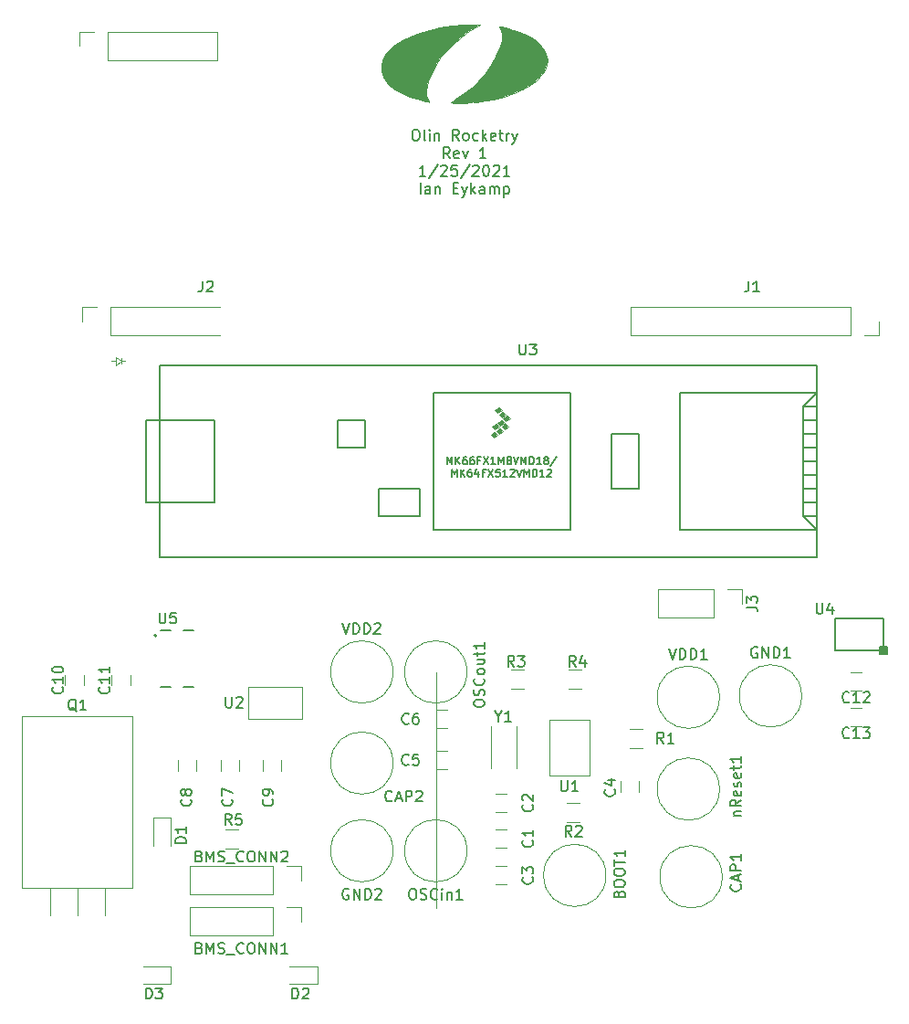
<source format=gto>
%TF.GenerationSoftware,KiCad,Pcbnew,(5.1.4)-1*%
%TF.CreationDate,2021-01-28T23:04:49+05:30*%
%TF.ProjectId,rev1,72657631-2e6b-4696-9361-645f70636258,rev?*%
%TF.SameCoordinates,Original*%
%TF.FileFunction,Legend,Top*%
%TF.FilePolarity,Positive*%
%FSLAX46Y46*%
G04 Gerber Fmt 4.6, Leading zero omitted, Abs format (unit mm)*
G04 Created by KiCad (PCBNEW (5.1.4)-1) date 2021-01-28 23:04:49*
%MOMM*%
%LPD*%
G04 APERTURE LIST*
%ADD10C,0.120000*%
%ADD11C,0.150000*%
%ADD12C,0.100000*%
%ADD13C,0.127000*%
%ADD14C,0.200000*%
%ADD15C,0.010000*%
G04 APERTURE END LIST*
D10*
X139827000Y-114554000D02*
X139827000Y-136461500D01*
X110617000Y-85725000D02*
X110998000Y-85725000D01*
X109728000Y-85725000D02*
X110109000Y-85725000D01*
X110617000Y-85471000D02*
X110617000Y-85979000D01*
X110617000Y-85725000D02*
X110109000Y-85344000D01*
X110109000Y-86106000D02*
X110617000Y-85725000D01*
X110109000Y-85344000D02*
X110109000Y-86106000D01*
D11*
X137874952Y-64287380D02*
X138065428Y-64287380D01*
X138160666Y-64335000D01*
X138255904Y-64430238D01*
X138303523Y-64620714D01*
X138303523Y-64954047D01*
X138255904Y-65144523D01*
X138160666Y-65239761D01*
X138065428Y-65287380D01*
X137874952Y-65287380D01*
X137779714Y-65239761D01*
X137684476Y-65144523D01*
X137636857Y-64954047D01*
X137636857Y-64620714D01*
X137684476Y-64430238D01*
X137779714Y-64335000D01*
X137874952Y-64287380D01*
X138874952Y-65287380D02*
X138779714Y-65239761D01*
X138732095Y-65144523D01*
X138732095Y-64287380D01*
X139255904Y-65287380D02*
X139255904Y-64620714D01*
X139255904Y-64287380D02*
X139208285Y-64335000D01*
X139255904Y-64382619D01*
X139303523Y-64335000D01*
X139255904Y-64287380D01*
X139255904Y-64382619D01*
X139732095Y-64620714D02*
X139732095Y-65287380D01*
X139732095Y-64715952D02*
X139779714Y-64668333D01*
X139874952Y-64620714D01*
X140017809Y-64620714D01*
X140113047Y-64668333D01*
X140160666Y-64763571D01*
X140160666Y-65287380D01*
X141970190Y-65287380D02*
X141636857Y-64811190D01*
X141398761Y-65287380D02*
X141398761Y-64287380D01*
X141779714Y-64287380D01*
X141874952Y-64335000D01*
X141922571Y-64382619D01*
X141970190Y-64477857D01*
X141970190Y-64620714D01*
X141922571Y-64715952D01*
X141874952Y-64763571D01*
X141779714Y-64811190D01*
X141398761Y-64811190D01*
X142541619Y-65287380D02*
X142446380Y-65239761D01*
X142398761Y-65192142D01*
X142351142Y-65096904D01*
X142351142Y-64811190D01*
X142398761Y-64715952D01*
X142446380Y-64668333D01*
X142541619Y-64620714D01*
X142684476Y-64620714D01*
X142779714Y-64668333D01*
X142827333Y-64715952D01*
X142874952Y-64811190D01*
X142874952Y-65096904D01*
X142827333Y-65192142D01*
X142779714Y-65239761D01*
X142684476Y-65287380D01*
X142541619Y-65287380D01*
X143732095Y-65239761D02*
X143636857Y-65287380D01*
X143446380Y-65287380D01*
X143351142Y-65239761D01*
X143303523Y-65192142D01*
X143255904Y-65096904D01*
X143255904Y-64811190D01*
X143303523Y-64715952D01*
X143351142Y-64668333D01*
X143446380Y-64620714D01*
X143636857Y-64620714D01*
X143732095Y-64668333D01*
X144160666Y-65287380D02*
X144160666Y-64287380D01*
X144255904Y-64906428D02*
X144541619Y-65287380D01*
X144541619Y-64620714D02*
X144160666Y-65001666D01*
X145351142Y-65239761D02*
X145255904Y-65287380D01*
X145065428Y-65287380D01*
X144970190Y-65239761D01*
X144922571Y-65144523D01*
X144922571Y-64763571D01*
X144970190Y-64668333D01*
X145065428Y-64620714D01*
X145255904Y-64620714D01*
X145351142Y-64668333D01*
X145398761Y-64763571D01*
X145398761Y-64858809D01*
X144922571Y-64954047D01*
X145684476Y-64620714D02*
X146065428Y-64620714D01*
X145827333Y-64287380D02*
X145827333Y-65144523D01*
X145874952Y-65239761D01*
X145970190Y-65287380D01*
X146065428Y-65287380D01*
X146398761Y-65287380D02*
X146398761Y-64620714D01*
X146398761Y-64811190D02*
X146446380Y-64715952D01*
X146494000Y-64668333D01*
X146589238Y-64620714D01*
X146684476Y-64620714D01*
X146922571Y-64620714D02*
X147160666Y-65287380D01*
X147398761Y-64620714D02*
X147160666Y-65287380D01*
X147065428Y-65525476D01*
X147017809Y-65573095D01*
X146922571Y-65620714D01*
X141136857Y-66937380D02*
X140803523Y-66461190D01*
X140565428Y-66937380D02*
X140565428Y-65937380D01*
X140946380Y-65937380D01*
X141041619Y-65985000D01*
X141089238Y-66032619D01*
X141136857Y-66127857D01*
X141136857Y-66270714D01*
X141089238Y-66365952D01*
X141041619Y-66413571D01*
X140946380Y-66461190D01*
X140565428Y-66461190D01*
X141946380Y-66889761D02*
X141851142Y-66937380D01*
X141660666Y-66937380D01*
X141565428Y-66889761D01*
X141517809Y-66794523D01*
X141517809Y-66413571D01*
X141565428Y-66318333D01*
X141660666Y-66270714D01*
X141851142Y-66270714D01*
X141946380Y-66318333D01*
X141994000Y-66413571D01*
X141994000Y-66508809D01*
X141517809Y-66604047D01*
X142327333Y-66270714D02*
X142565428Y-66937380D01*
X142803523Y-66270714D01*
X144470190Y-66937380D02*
X143898761Y-66937380D01*
X144184476Y-66937380D02*
X144184476Y-65937380D01*
X144089238Y-66080238D01*
X143994000Y-66175476D01*
X143898761Y-66223095D01*
X138874952Y-68587380D02*
X138303523Y-68587380D01*
X138589238Y-68587380D02*
X138589238Y-67587380D01*
X138494000Y-67730238D01*
X138398761Y-67825476D01*
X138303523Y-67873095D01*
X140017809Y-67539761D02*
X139160666Y-68825476D01*
X140303523Y-67682619D02*
X140351142Y-67635000D01*
X140446380Y-67587380D01*
X140684476Y-67587380D01*
X140779714Y-67635000D01*
X140827333Y-67682619D01*
X140874952Y-67777857D01*
X140874952Y-67873095D01*
X140827333Y-68015952D01*
X140255904Y-68587380D01*
X140874952Y-68587380D01*
X141779714Y-67587380D02*
X141303523Y-67587380D01*
X141255904Y-68063571D01*
X141303523Y-68015952D01*
X141398761Y-67968333D01*
X141636857Y-67968333D01*
X141732095Y-68015952D01*
X141779714Y-68063571D01*
X141827333Y-68158809D01*
X141827333Y-68396904D01*
X141779714Y-68492142D01*
X141732095Y-68539761D01*
X141636857Y-68587380D01*
X141398761Y-68587380D01*
X141303523Y-68539761D01*
X141255904Y-68492142D01*
X142970190Y-67539761D02*
X142113047Y-68825476D01*
X143255904Y-67682619D02*
X143303523Y-67635000D01*
X143398761Y-67587380D01*
X143636857Y-67587380D01*
X143732095Y-67635000D01*
X143779714Y-67682619D01*
X143827333Y-67777857D01*
X143827333Y-67873095D01*
X143779714Y-68015952D01*
X143208285Y-68587380D01*
X143827333Y-68587380D01*
X144446380Y-67587380D02*
X144541619Y-67587380D01*
X144636857Y-67635000D01*
X144684476Y-67682619D01*
X144732095Y-67777857D01*
X144779714Y-67968333D01*
X144779714Y-68206428D01*
X144732095Y-68396904D01*
X144684476Y-68492142D01*
X144636857Y-68539761D01*
X144541619Y-68587380D01*
X144446380Y-68587380D01*
X144351142Y-68539761D01*
X144303523Y-68492142D01*
X144255904Y-68396904D01*
X144208285Y-68206428D01*
X144208285Y-67968333D01*
X144255904Y-67777857D01*
X144303523Y-67682619D01*
X144351142Y-67635000D01*
X144446380Y-67587380D01*
X145160666Y-67682619D02*
X145208285Y-67635000D01*
X145303523Y-67587380D01*
X145541619Y-67587380D01*
X145636857Y-67635000D01*
X145684476Y-67682619D01*
X145732095Y-67777857D01*
X145732095Y-67873095D01*
X145684476Y-68015952D01*
X145113047Y-68587380D01*
X145732095Y-68587380D01*
X146684476Y-68587380D02*
X146113047Y-68587380D01*
X146398761Y-68587380D02*
X146398761Y-67587380D01*
X146303523Y-67730238D01*
X146208285Y-67825476D01*
X146113047Y-67873095D01*
X138398761Y-70237380D02*
X138398761Y-69237380D01*
X139303523Y-70237380D02*
X139303523Y-69713571D01*
X139255904Y-69618333D01*
X139160666Y-69570714D01*
X138970190Y-69570714D01*
X138874952Y-69618333D01*
X139303523Y-70189761D02*
X139208285Y-70237380D01*
X138970190Y-70237380D01*
X138874952Y-70189761D01*
X138827333Y-70094523D01*
X138827333Y-69999285D01*
X138874952Y-69904047D01*
X138970190Y-69856428D01*
X139208285Y-69856428D01*
X139303523Y-69808809D01*
X139779714Y-69570714D02*
X139779714Y-70237380D01*
X139779714Y-69665952D02*
X139827333Y-69618333D01*
X139922571Y-69570714D01*
X140065428Y-69570714D01*
X140160666Y-69618333D01*
X140208285Y-69713571D01*
X140208285Y-70237380D01*
X141446380Y-69713571D02*
X141779714Y-69713571D01*
X141922571Y-70237380D02*
X141446380Y-70237380D01*
X141446380Y-69237380D01*
X141922571Y-69237380D01*
X142255904Y-69570714D02*
X142494000Y-70237380D01*
X142732095Y-69570714D02*
X142494000Y-70237380D01*
X142398761Y-70475476D01*
X142351142Y-70523095D01*
X142255904Y-70570714D01*
X143113047Y-70237380D02*
X143113047Y-69237380D01*
X143208285Y-69856428D02*
X143494000Y-70237380D01*
X143494000Y-69570714D02*
X143113047Y-69951666D01*
X144351142Y-70237380D02*
X144351142Y-69713571D01*
X144303523Y-69618333D01*
X144208285Y-69570714D01*
X144017809Y-69570714D01*
X143922571Y-69618333D01*
X144351142Y-70189761D02*
X144255904Y-70237380D01*
X144017809Y-70237380D01*
X143922571Y-70189761D01*
X143874952Y-70094523D01*
X143874952Y-69999285D01*
X143922571Y-69904047D01*
X144017809Y-69856428D01*
X144255904Y-69856428D01*
X144351142Y-69808809D01*
X144827333Y-70237380D02*
X144827333Y-69570714D01*
X144827333Y-69665952D02*
X144874952Y-69618333D01*
X144970190Y-69570714D01*
X145113047Y-69570714D01*
X145208285Y-69618333D01*
X145255904Y-69713571D01*
X145255904Y-70237380D01*
X145255904Y-69713571D02*
X145303523Y-69618333D01*
X145398761Y-69570714D01*
X145541619Y-69570714D01*
X145636857Y-69618333D01*
X145684476Y-69713571D01*
X145684476Y-70237380D01*
X146160666Y-69570714D02*
X146160666Y-70570714D01*
X146160666Y-69618333D02*
X146255904Y-69570714D01*
X146446380Y-69570714D01*
X146541619Y-69618333D01*
X146589238Y-69665952D01*
X146636857Y-69761190D01*
X146636857Y-70046904D01*
X146589238Y-70142142D01*
X146541619Y-70189761D01*
X146446380Y-70237380D01*
X146255904Y-70237380D01*
X146160666Y-70189761D01*
D10*
%TO.C,C1*%
X145359500Y-132563500D02*
X146359500Y-132563500D01*
X146359500Y-134263500D02*
X145359500Y-134263500D01*
%TO.C,C2*%
X146359500Y-127532500D02*
X145359500Y-127532500D01*
X145359500Y-125832500D02*
X146359500Y-125832500D01*
%TO.C,C3*%
X145359500Y-129134500D02*
X146359500Y-129134500D01*
X146359500Y-130834500D02*
X145359500Y-130834500D01*
%TO.C,C4*%
X158647500Y-124658500D02*
X158647500Y-125658500D01*
X156947500Y-125658500D02*
X156947500Y-124658500D01*
%TO.C,C5*%
X140898500Y-123595500D02*
X139898500Y-123595500D01*
X139898500Y-121895500D02*
X140898500Y-121895500D01*
%TO.C,C6*%
X139898500Y-118085500D02*
X140898500Y-118085500D01*
X140898500Y-119785500D02*
X139898500Y-119785500D01*
%TO.C,C7*%
X119863500Y-123753500D02*
X119863500Y-122753500D01*
X121563500Y-122753500D02*
X121563500Y-123753500D01*
%TO.C,C8*%
X117626500Y-122753500D02*
X117626500Y-123753500D01*
X115926500Y-123753500D02*
X115926500Y-122753500D01*
%TO.C,C9*%
X125500500Y-122753500D02*
X125500500Y-123753500D01*
X123800500Y-123753500D02*
X123800500Y-122753500D01*
%TO.C,R1*%
X159032500Y-119833500D02*
X157832500Y-119833500D01*
X157832500Y-121593500D02*
X159032500Y-121593500D01*
%TO.C,R2*%
X153190500Y-126691500D02*
X151990500Y-126691500D01*
X151990500Y-128451500D02*
X153190500Y-128451500D01*
%TO.C,R3*%
X146783500Y-116132500D02*
X147983500Y-116132500D01*
X147983500Y-114372500D02*
X146783500Y-114372500D01*
%TO.C,R4*%
X152117500Y-116132500D02*
X153317500Y-116132500D01*
X153317500Y-114372500D02*
X152117500Y-114372500D01*
%TO.C,U2*%
X122429900Y-115936900D02*
X122429900Y-118936900D01*
X122429900Y-118936900D02*
X127429900Y-118936900D01*
X127429900Y-118936900D02*
X127429900Y-115936900D01*
X127429900Y-115936900D02*
X122429900Y-115936900D01*
D11*
%TO.C,U3*%
X130683000Y-91186000D02*
X130683000Y-93726000D01*
X130683000Y-93726000D02*
X133223000Y-93726000D01*
X133223000Y-93726000D02*
X133223000Y-91186000D01*
X133223000Y-91186000D02*
X130683000Y-91186000D01*
X138303000Y-100076000D02*
X134493000Y-100076000D01*
X134493000Y-100076000D02*
X134493000Y-97536000D01*
X134493000Y-97536000D02*
X138303000Y-97536000D01*
X138303000Y-97536000D02*
X138303000Y-100076000D01*
X152273000Y-101346000D02*
X152273000Y-88646000D01*
X139573000Y-88646000D02*
X139573000Y-101346000D01*
X139573000Y-101346000D02*
X152273000Y-101346000D01*
X139573000Y-88646000D02*
X152273000Y-88646000D01*
X173863000Y-100076000D02*
X175133000Y-100076000D01*
X173863000Y-98806000D02*
X175133000Y-98806000D01*
X173863000Y-97536000D02*
X175133000Y-97536000D01*
X173863000Y-96266000D02*
X175133000Y-96266000D01*
X173863000Y-94996000D02*
X175133000Y-94996000D01*
X173863000Y-93726000D02*
X175133000Y-93726000D01*
X173863000Y-92456000D02*
X175133000Y-92456000D01*
X173863000Y-91186000D02*
X175133000Y-91186000D01*
X173863000Y-89916000D02*
X175133000Y-89916000D01*
X175133000Y-101346000D02*
X173863000Y-100076000D01*
X173863000Y-100076000D02*
X173863000Y-89916000D01*
X173863000Y-89916000D02*
X175133000Y-88646000D01*
X175133000Y-88646000D02*
X162433000Y-88646000D01*
X162433000Y-88646000D02*
X162433000Y-101346000D01*
X162433000Y-101346000D02*
X175133000Y-101346000D01*
X175133000Y-86106000D02*
X114173000Y-86106000D01*
X114173000Y-103886000D02*
X175133000Y-103886000D01*
X114173000Y-98806000D02*
X112903000Y-98806000D01*
X112903000Y-98806000D02*
X112903000Y-91186000D01*
X112903000Y-91186000D02*
X114173000Y-91186000D01*
X119253000Y-98806000D02*
X119253000Y-91186000D01*
X119253000Y-91186000D02*
X114173000Y-91186000D01*
X119253000Y-98806000D02*
X114173000Y-98806000D01*
X158623000Y-92456000D02*
X158623000Y-97536000D01*
X158623000Y-97536000D02*
X156083000Y-97536000D01*
X156083000Y-97536000D02*
X156083000Y-92456000D01*
X156083000Y-92456000D02*
X158623000Y-92456000D01*
X175133000Y-86106000D02*
X175133000Y-103886000D01*
X114173000Y-103886000D02*
X114173000Y-86106000D01*
D12*
G36*
X145669000Y-90043000D02*
G01*
X145923000Y-90297000D01*
X145542000Y-90551000D01*
X145288000Y-90297000D01*
X145669000Y-90043000D01*
G37*
X145669000Y-90043000D02*
X145923000Y-90297000D01*
X145542000Y-90551000D01*
X145288000Y-90297000D01*
X145669000Y-90043000D01*
G36*
X145415000Y-91567000D02*
G01*
X145669000Y-91821000D01*
X145288000Y-92075000D01*
X145034000Y-91821000D01*
X145415000Y-91567000D01*
G37*
X145415000Y-91567000D02*
X145669000Y-91821000D01*
X145288000Y-92075000D01*
X145034000Y-91821000D01*
X145415000Y-91567000D01*
G36*
X145288000Y-92329000D02*
G01*
X145542000Y-92583000D01*
X145161000Y-92837000D01*
X144907000Y-92583000D01*
X145288000Y-92329000D01*
G37*
X145288000Y-92329000D02*
X145542000Y-92583000D01*
X145161000Y-92837000D01*
X144907000Y-92583000D01*
X145288000Y-92329000D01*
G36*
X146431000Y-90805000D02*
G01*
X146685000Y-91059000D01*
X146304000Y-91313000D01*
X146050000Y-91059000D01*
X146431000Y-90805000D01*
G37*
X146431000Y-90805000D02*
X146685000Y-91059000D01*
X146304000Y-91313000D01*
X146050000Y-91059000D01*
X146431000Y-90805000D01*
G36*
X145796000Y-91948000D02*
G01*
X146050000Y-92202000D01*
X145669000Y-92456000D01*
X145415000Y-92202000D01*
X145796000Y-91948000D01*
G37*
X145796000Y-91948000D02*
X146050000Y-92202000D01*
X145669000Y-92456000D01*
X145415000Y-92202000D01*
X145796000Y-91948000D01*
G36*
X146304000Y-91567000D02*
G01*
X146558000Y-91821000D01*
X146177000Y-92075000D01*
X145923000Y-91821000D01*
X146304000Y-91567000D01*
G37*
X146304000Y-91567000D02*
X146558000Y-91821000D01*
X146177000Y-92075000D01*
X145923000Y-91821000D01*
X146304000Y-91567000D01*
G36*
X146050000Y-90424000D02*
G01*
X146304000Y-90678000D01*
X145923000Y-90932000D01*
X145669000Y-90678000D01*
X146050000Y-90424000D01*
G37*
X146050000Y-90424000D02*
X146304000Y-90678000D01*
X145923000Y-90932000D01*
X145669000Y-90678000D01*
X146050000Y-90424000D01*
G36*
X145923000Y-91186000D02*
G01*
X146177000Y-91440000D01*
X145796000Y-91694000D01*
X145542000Y-91440000D01*
X145923000Y-91186000D01*
G37*
X145923000Y-91186000D02*
X146177000Y-91440000D01*
X145796000Y-91694000D01*
X145542000Y-91440000D01*
X145923000Y-91186000D01*
%TO.C,Y1*%
X144913500Y-123445500D02*
X144913500Y-119545500D01*
X147313500Y-123445500D02*
X147313500Y-119545500D01*
D10*
%TO.C,U1*%
X150329900Y-118960900D02*
X150329900Y-124160900D01*
X150329900Y-124160900D02*
X154129900Y-124160900D01*
X154129900Y-124160900D02*
X154129900Y-118960900D01*
X154129900Y-118960900D02*
X150329900Y-118960900D01*
D12*
%TO.C,BOOT1*%
X155607517Y-133413500D02*
G75*
G03X155607517Y-133413500I-2890017J0D01*
G01*
%TO.C,CAP1*%
X166402517Y-133540500D02*
G75*
G03X166402517Y-133540500I-2890017J0D01*
G01*
%TO.C,CAP2*%
X135859017Y-122999500D02*
G75*
G03X135859017Y-122999500I-2890017J0D01*
G01*
%TO.C,GND1*%
X173768517Y-116776500D02*
G75*
G03X173768517Y-116776500I-2890017J0D01*
G01*
%TO.C,GND2*%
X135859017Y-131127500D02*
G75*
G03X135859017Y-131127500I-2890017J0D01*
G01*
%TO.C,nReset1*%
X166148517Y-125412500D02*
G75*
G03X166148517Y-125412500I-2890017J0D01*
G01*
%TO.C,OSCin1*%
X142717017Y-131127500D02*
G75*
G03X142717017Y-131127500I-2890017J0D01*
G01*
%TO.C,OSCout1*%
X142717017Y-114554000D02*
G75*
G03X142717017Y-114554000I-2890017J0D01*
G01*
%TO.C,VDD1*%
X166148517Y-116903500D02*
G75*
G03X166148517Y-116903500I-2890017J0D01*
G01*
%TO.C,VDD2*%
X135859017Y-114554000D02*
G75*
G03X135859017Y-114554000I-2890017J0D01*
G01*
D10*
%TO.C,C10*%
X105449000Y-114816000D02*
X105449000Y-115816000D01*
X107149000Y-115816000D02*
X107149000Y-114816000D01*
%TO.C,C11*%
X111467000Y-115816000D02*
X111467000Y-114816000D01*
X109767000Y-114816000D02*
X109767000Y-115816000D01*
D11*
%TO.C,U4*%
X181383500Y-112561500D02*
X176883500Y-112561500D01*
X176883500Y-112561500D02*
X176883500Y-109561500D01*
X181383500Y-112561500D02*
X181383500Y-109561500D01*
X181383500Y-109562900D02*
X176883500Y-109562900D01*
X181394100Y-112204500D02*
X181698900Y-112204500D01*
X181698900Y-112204500D02*
X181698900Y-112864900D01*
X181698900Y-112864900D02*
X181013100Y-112864900D01*
X181013100Y-112864900D02*
X181013100Y-112560100D01*
X181013100Y-112585500D02*
X181013100Y-112204500D01*
X181013100Y-112204500D02*
X181673500Y-112204500D01*
X181546500Y-112204500D02*
X181546500Y-112788700D01*
X181546500Y-112788700D02*
X181114700Y-112788700D01*
X181114700Y-112788700D02*
X181114700Y-112280700D01*
X181114700Y-112280700D02*
X181444900Y-112280700D01*
X181444900Y-112280700D02*
X181419500Y-112687100D01*
X181419500Y-112687100D02*
X181190900Y-112687100D01*
X181190900Y-112687100D02*
X181190900Y-112382300D01*
X181190900Y-112382300D02*
X181317900Y-112433100D01*
X181317900Y-112433100D02*
X181317900Y-112458500D01*
X181622700Y-112814100D02*
X181648100Y-112255300D01*
D13*
%TO.C,U5*%
X114324000Y-110665000D02*
X115204000Y-110665000D01*
X116444000Y-110665000D02*
X117324000Y-110665000D01*
X114324000Y-115903000D02*
X115204000Y-115903000D01*
X116444000Y-115903000D02*
X117324000Y-115903000D01*
D14*
X113924000Y-111184000D02*
G75*
G03X113924000Y-111184000I-100000J0D01*
G01*
D10*
%TO.C,J2*%
X109347000Y-57870400D02*
X109347000Y-55210400D01*
X109347000Y-57870400D02*
X119567000Y-57870400D01*
X119567000Y-57870400D02*
X119567000Y-55210400D01*
X109347000Y-55210400D02*
X119567000Y-55210400D01*
X106747000Y-55210400D02*
X108077000Y-55210400D01*
X106747000Y-56540400D02*
X106747000Y-55210400D01*
X107001000Y-82042000D02*
X107001000Y-80712000D01*
X107001000Y-80712000D02*
X108331000Y-80712000D01*
X109601000Y-80712000D02*
X119821000Y-80712000D01*
X109601000Y-83372000D02*
X119821000Y-83372000D01*
X109601000Y-83372000D02*
X109601000Y-80712000D01*
%TO.C,J1*%
X180908000Y-82042000D02*
X180908000Y-83372000D01*
X180908000Y-83372000D02*
X179578000Y-83372000D01*
X178308000Y-83372000D02*
X157928000Y-83372000D01*
X157928000Y-80712000D02*
X157928000Y-83372000D01*
X178308000Y-80712000D02*
X157928000Y-80712000D01*
X178308000Y-80712000D02*
X178308000Y-83372000D01*
%TO.C,D1*%
X115227000Y-128067000D02*
X113627000Y-128067000D01*
X113627000Y-128067000D02*
X113627000Y-130667000D01*
X115227000Y-128067000D02*
X115227000Y-130667000D01*
%TO.C,J3*%
X168208000Y-106874000D02*
X168208000Y-108204000D01*
X166878000Y-106874000D02*
X168208000Y-106874000D01*
X165608000Y-106874000D02*
X165608000Y-109534000D01*
X165608000Y-109534000D02*
X160468000Y-109534000D01*
X165608000Y-106874000D02*
X160468000Y-106874000D01*
X160468000Y-106874000D02*
X160468000Y-109534000D01*
%TO.C,BMS_CONN1*%
X117034000Y-136338000D02*
X117034000Y-138998000D01*
X124714000Y-136338000D02*
X117034000Y-136338000D01*
X124714000Y-138998000D02*
X117034000Y-138998000D01*
X124714000Y-136338000D02*
X124714000Y-138998000D01*
X125984000Y-136338000D02*
X127314000Y-136338000D01*
X127314000Y-136338000D02*
X127314000Y-137668000D01*
%TO.C,D2*%
X128854000Y-143421000D02*
X128854000Y-141821000D01*
X128854000Y-141821000D02*
X126254000Y-141821000D01*
X128854000Y-143421000D02*
X126254000Y-143421000D01*
%TO.C,D3*%
X115265000Y-143421000D02*
X112665000Y-143421000D01*
X115265000Y-141821000D02*
X112665000Y-141821000D01*
X115265000Y-143421000D02*
X115265000Y-141821000D01*
%TO.C,Q1*%
X101468002Y-134536001D02*
X111708002Y-134536001D01*
X101468002Y-118646001D02*
X111708002Y-118646001D01*
X101468002Y-118646001D02*
X101468002Y-134536001D01*
X111708002Y-118646001D02*
X111708002Y-134536001D01*
X104048002Y-134536001D02*
X104048002Y-137076001D01*
X106588002Y-134536001D02*
X106588002Y-137076001D01*
X109128002Y-134536001D02*
X109128002Y-137076001D01*
%TO.C,R5*%
X121504000Y-130928000D02*
X120304000Y-130928000D01*
X120304000Y-129168000D02*
X121504000Y-129168000D01*
%TO.C,BMS_CONN2*%
X117034000Y-132528000D02*
X117034000Y-135188000D01*
X124714000Y-132528000D02*
X117034000Y-132528000D01*
X124714000Y-135188000D02*
X117034000Y-135188000D01*
X124714000Y-132528000D02*
X124714000Y-135188000D01*
X125984000Y-132528000D02*
X127314000Y-132528000D01*
X127314000Y-132528000D02*
X127314000Y-133858000D01*
D15*
%TO.C,G\002A\002A\002A*%
G36*
X145809983Y-54722857D02*
G01*
X145960457Y-54762871D01*
X146226628Y-54831176D01*
X146559829Y-54915325D01*
X146685000Y-54946647D01*
X147317523Y-55140588D01*
X147956166Y-55400634D01*
X148554709Y-55703926D01*
X149066928Y-56027601D01*
X149373464Y-56276369D01*
X149794728Y-56759450D01*
X150054210Y-57256295D01*
X150158208Y-57760117D01*
X150113021Y-58264128D01*
X149924949Y-58761541D01*
X149600290Y-59245569D01*
X149145343Y-59709426D01*
X148566408Y-60146324D01*
X147869783Y-60549476D01*
X147061767Y-60912096D01*
X146148660Y-61227395D01*
X145136759Y-61488588D01*
X144404525Y-61630298D01*
X143946989Y-61703873D01*
X143630227Y-61744252D01*
X143429288Y-61753026D01*
X143319225Y-61731783D01*
X143283988Y-61701688D01*
X143225074Y-61647928D01*
X143214963Y-61691733D01*
X143133319Y-61751404D01*
X142904525Y-61790973D01*
X142684500Y-61803838D01*
X142317619Y-61815054D01*
X141946467Y-61827266D01*
X141753142Y-61834106D01*
X141518824Y-61831314D01*
X141373863Y-61807498D01*
X141350975Y-61788157D01*
X141285294Y-61758379D01*
X141202834Y-61773997D01*
X141195337Y-61760862D01*
X141312123Y-61683153D01*
X141528598Y-61556985D01*
X141565718Y-61536227D01*
X142358052Y-61026140D01*
X143140964Y-60379576D01*
X143723472Y-59806766D01*
X144400545Y-59041263D01*
X144945075Y-58295663D01*
X145383751Y-57532256D01*
X145493149Y-57306085D01*
X145781204Y-56600034D01*
X145939957Y-55994650D01*
X145970305Y-55482335D01*
X145873150Y-55055492D01*
X145780505Y-54877181D01*
X145701494Y-54738595D01*
X145725577Y-54703775D01*
X145809983Y-54722857D01*
X145809983Y-54722857D01*
G37*
X145809983Y-54722857D02*
X145960457Y-54762871D01*
X146226628Y-54831176D01*
X146559829Y-54915325D01*
X146685000Y-54946647D01*
X147317523Y-55140588D01*
X147956166Y-55400634D01*
X148554709Y-55703926D01*
X149066928Y-56027601D01*
X149373464Y-56276369D01*
X149794728Y-56759450D01*
X150054210Y-57256295D01*
X150158208Y-57760117D01*
X150113021Y-58264128D01*
X149924949Y-58761541D01*
X149600290Y-59245569D01*
X149145343Y-59709426D01*
X148566408Y-60146324D01*
X147869783Y-60549476D01*
X147061767Y-60912096D01*
X146148660Y-61227395D01*
X145136759Y-61488588D01*
X144404525Y-61630298D01*
X143946989Y-61703873D01*
X143630227Y-61744252D01*
X143429288Y-61753026D01*
X143319225Y-61731783D01*
X143283988Y-61701688D01*
X143225074Y-61647928D01*
X143214963Y-61691733D01*
X143133319Y-61751404D01*
X142904525Y-61790973D01*
X142684500Y-61803838D01*
X142317619Y-61815054D01*
X141946467Y-61827266D01*
X141753142Y-61834106D01*
X141518824Y-61831314D01*
X141373863Y-61807498D01*
X141350975Y-61788157D01*
X141285294Y-61758379D01*
X141202834Y-61773997D01*
X141195337Y-61760862D01*
X141312123Y-61683153D01*
X141528598Y-61556985D01*
X141565718Y-61536227D01*
X142358052Y-61026140D01*
X143140964Y-60379576D01*
X143723472Y-59806766D01*
X144400545Y-59041263D01*
X144945075Y-58295663D01*
X145383751Y-57532256D01*
X145493149Y-57306085D01*
X145781204Y-56600034D01*
X145939957Y-55994650D01*
X145970305Y-55482335D01*
X145873150Y-55055492D01*
X145780505Y-54877181D01*
X145701494Y-54738595D01*
X145725577Y-54703775D01*
X145809983Y-54722857D01*
G36*
X143156070Y-54978274D02*
G01*
X142664169Y-55308709D01*
X142117346Y-55742095D01*
X141556000Y-56241427D01*
X141020529Y-56769700D01*
X140551333Y-57289909D01*
X140330963Y-57566069D01*
X139873696Y-58232664D01*
X139500857Y-58898545D01*
X139218473Y-59544052D01*
X139032570Y-60149523D01*
X138949175Y-60695297D01*
X138974313Y-61161711D01*
X139114011Y-61529104D01*
X139115549Y-61531500D01*
X139197728Y-61669194D01*
X139215119Y-61717837D01*
X139128643Y-61696085D01*
X138915768Y-61641169D01*
X138613916Y-61562766D01*
X138430000Y-61514827D01*
X137437197Y-61213284D01*
X136604883Y-60867854D01*
X135929425Y-60476339D01*
X135407192Y-60036543D01*
X135034551Y-59546266D01*
X134966140Y-59419176D01*
X134784408Y-58888433D01*
X134762747Y-58363032D01*
X134891897Y-57848726D01*
X135162597Y-57351269D01*
X135565584Y-56876415D01*
X136091599Y-56429918D01*
X136731380Y-56017531D01*
X137475666Y-55645009D01*
X138315195Y-55318106D01*
X139240707Y-55042574D01*
X140242940Y-54824169D01*
X141312633Y-54668645D01*
X142440526Y-54581754D01*
X142770482Y-54570382D01*
X143893631Y-54542215D01*
X143156070Y-54978274D01*
X143156070Y-54978274D01*
G37*
X143156070Y-54978274D02*
X142664169Y-55308709D01*
X142117346Y-55742095D01*
X141556000Y-56241427D01*
X141020529Y-56769700D01*
X140551333Y-57289909D01*
X140330963Y-57566069D01*
X139873696Y-58232664D01*
X139500857Y-58898545D01*
X139218473Y-59544052D01*
X139032570Y-60149523D01*
X138949175Y-60695297D01*
X138974313Y-61161711D01*
X139114011Y-61529104D01*
X139115549Y-61531500D01*
X139197728Y-61669194D01*
X139215119Y-61717837D01*
X139128643Y-61696085D01*
X138915768Y-61641169D01*
X138613916Y-61562766D01*
X138430000Y-61514827D01*
X137437197Y-61213284D01*
X136604883Y-60867854D01*
X135929425Y-60476339D01*
X135407192Y-60036543D01*
X135034551Y-59546266D01*
X134966140Y-59419176D01*
X134784408Y-58888433D01*
X134762747Y-58363032D01*
X134891897Y-57848726D01*
X135162597Y-57351269D01*
X135565584Y-56876415D01*
X136091599Y-56429918D01*
X136731380Y-56017531D01*
X137475666Y-55645009D01*
X138315195Y-55318106D01*
X139240707Y-55042574D01*
X140242940Y-54824169D01*
X141312633Y-54668645D01*
X142440526Y-54581754D01*
X142770482Y-54570382D01*
X143893631Y-54542215D01*
X143156070Y-54978274D01*
D10*
%TO.C,C12*%
X179316000Y-114593000D02*
X178316000Y-114593000D01*
X178316000Y-116293000D02*
X179316000Y-116293000D01*
%TO.C,C13*%
X178316000Y-119595000D02*
X179316000Y-119595000D01*
X179316000Y-117895000D02*
X178316000Y-117895000D01*
%TO.C,C1*%
D11*
X148756642Y-130151166D02*
X148804261Y-130198785D01*
X148851880Y-130341642D01*
X148851880Y-130436880D01*
X148804261Y-130579738D01*
X148709023Y-130674976D01*
X148613785Y-130722595D01*
X148423309Y-130770214D01*
X148280452Y-130770214D01*
X148089976Y-130722595D01*
X147994738Y-130674976D01*
X147899500Y-130579738D01*
X147851880Y-130436880D01*
X147851880Y-130341642D01*
X147899500Y-130198785D01*
X147947119Y-130151166D01*
X148851880Y-129198785D02*
X148851880Y-129770214D01*
X148851880Y-129484500D02*
X147851880Y-129484500D01*
X147994738Y-129579738D01*
X148089976Y-129674976D01*
X148137595Y-129770214D01*
%TO.C,C2*%
X148756642Y-126849166D02*
X148804261Y-126896785D01*
X148851880Y-127039642D01*
X148851880Y-127134880D01*
X148804261Y-127277738D01*
X148709023Y-127372976D01*
X148613785Y-127420595D01*
X148423309Y-127468214D01*
X148280452Y-127468214D01*
X148089976Y-127420595D01*
X147994738Y-127372976D01*
X147899500Y-127277738D01*
X147851880Y-127134880D01*
X147851880Y-127039642D01*
X147899500Y-126896785D01*
X147947119Y-126849166D01*
X147947119Y-126468214D02*
X147899500Y-126420595D01*
X147851880Y-126325357D01*
X147851880Y-126087261D01*
X147899500Y-125992023D01*
X147947119Y-125944404D01*
X148042357Y-125896785D01*
X148137595Y-125896785D01*
X148280452Y-125944404D01*
X148851880Y-126515833D01*
X148851880Y-125896785D01*
%TO.C,C3*%
X148756642Y-133580166D02*
X148804261Y-133627785D01*
X148851880Y-133770642D01*
X148851880Y-133865880D01*
X148804261Y-134008738D01*
X148709023Y-134103976D01*
X148613785Y-134151595D01*
X148423309Y-134199214D01*
X148280452Y-134199214D01*
X148089976Y-134151595D01*
X147994738Y-134103976D01*
X147899500Y-134008738D01*
X147851880Y-133865880D01*
X147851880Y-133770642D01*
X147899500Y-133627785D01*
X147947119Y-133580166D01*
X147851880Y-133246833D02*
X147851880Y-132627785D01*
X148232833Y-132961119D01*
X148232833Y-132818261D01*
X148280452Y-132723023D01*
X148328071Y-132675404D01*
X148423309Y-132627785D01*
X148661404Y-132627785D01*
X148756642Y-132675404D01*
X148804261Y-132723023D01*
X148851880Y-132818261D01*
X148851880Y-133103976D01*
X148804261Y-133199214D01*
X148756642Y-133246833D01*
%TO.C,C4*%
X156376642Y-125452166D02*
X156424261Y-125499785D01*
X156471880Y-125642642D01*
X156471880Y-125737880D01*
X156424261Y-125880738D01*
X156329023Y-125975976D01*
X156233785Y-126023595D01*
X156043309Y-126071214D01*
X155900452Y-126071214D01*
X155709976Y-126023595D01*
X155614738Y-125975976D01*
X155519500Y-125880738D01*
X155471880Y-125737880D01*
X155471880Y-125642642D01*
X155519500Y-125499785D01*
X155567119Y-125452166D01*
X155805214Y-124595023D02*
X156471880Y-124595023D01*
X155424261Y-124833119D02*
X156138547Y-125071214D01*
X156138547Y-124452166D01*
%TO.C,C5*%
X137298133Y-123102642D02*
X137250514Y-123150261D01*
X137107657Y-123197880D01*
X137012419Y-123197880D01*
X136869561Y-123150261D01*
X136774323Y-123055023D01*
X136726704Y-122959785D01*
X136679085Y-122769309D01*
X136679085Y-122626452D01*
X136726704Y-122435976D01*
X136774323Y-122340738D01*
X136869561Y-122245500D01*
X137012419Y-122197880D01*
X137107657Y-122197880D01*
X137250514Y-122245500D01*
X137298133Y-122293119D01*
X138202895Y-122197880D02*
X137726704Y-122197880D01*
X137679085Y-122674071D01*
X137726704Y-122626452D01*
X137821942Y-122578833D01*
X138060038Y-122578833D01*
X138155276Y-122626452D01*
X138202895Y-122674071D01*
X138250514Y-122769309D01*
X138250514Y-123007404D01*
X138202895Y-123102642D01*
X138155276Y-123150261D01*
X138060038Y-123197880D01*
X137821942Y-123197880D01*
X137726704Y-123150261D01*
X137679085Y-123102642D01*
%TO.C,C6*%
X137310833Y-119292642D02*
X137263214Y-119340261D01*
X137120357Y-119387880D01*
X137025119Y-119387880D01*
X136882261Y-119340261D01*
X136787023Y-119245023D01*
X136739404Y-119149785D01*
X136691785Y-118959309D01*
X136691785Y-118816452D01*
X136739404Y-118625976D01*
X136787023Y-118530738D01*
X136882261Y-118435500D01*
X137025119Y-118387880D01*
X137120357Y-118387880D01*
X137263214Y-118435500D01*
X137310833Y-118483119D01*
X138167976Y-118387880D02*
X137977500Y-118387880D01*
X137882261Y-118435500D01*
X137834642Y-118483119D01*
X137739404Y-118625976D01*
X137691785Y-118816452D01*
X137691785Y-119197404D01*
X137739404Y-119292642D01*
X137787023Y-119340261D01*
X137882261Y-119387880D01*
X138072738Y-119387880D01*
X138167976Y-119340261D01*
X138215595Y-119292642D01*
X138263214Y-119197404D01*
X138263214Y-118959309D01*
X138215595Y-118864071D01*
X138167976Y-118816452D01*
X138072738Y-118768833D01*
X137882261Y-118768833D01*
X137787023Y-118816452D01*
X137739404Y-118864071D01*
X137691785Y-118959309D01*
%TO.C,C7*%
X120892842Y-126366566D02*
X120940461Y-126414185D01*
X120988080Y-126557042D01*
X120988080Y-126652280D01*
X120940461Y-126795138D01*
X120845223Y-126890376D01*
X120749985Y-126937995D01*
X120559509Y-126985614D01*
X120416652Y-126985614D01*
X120226176Y-126937995D01*
X120130938Y-126890376D01*
X120035700Y-126795138D01*
X119988080Y-126652280D01*
X119988080Y-126557042D01*
X120035700Y-126414185D01*
X120083319Y-126366566D01*
X119988080Y-126033233D02*
X119988080Y-125366566D01*
X120988080Y-125795138D01*
%TO.C,C8*%
X117082842Y-126366566D02*
X117130461Y-126414185D01*
X117178080Y-126557042D01*
X117178080Y-126652280D01*
X117130461Y-126795138D01*
X117035223Y-126890376D01*
X116939985Y-126937995D01*
X116749509Y-126985614D01*
X116606652Y-126985614D01*
X116416176Y-126937995D01*
X116320938Y-126890376D01*
X116225700Y-126795138D01*
X116178080Y-126652280D01*
X116178080Y-126557042D01*
X116225700Y-126414185D01*
X116273319Y-126366566D01*
X116606652Y-125795138D02*
X116559033Y-125890376D01*
X116511414Y-125937995D01*
X116416176Y-125985614D01*
X116368557Y-125985614D01*
X116273319Y-125937995D01*
X116225700Y-125890376D01*
X116178080Y-125795138D01*
X116178080Y-125604661D01*
X116225700Y-125509423D01*
X116273319Y-125461804D01*
X116368557Y-125414185D01*
X116416176Y-125414185D01*
X116511414Y-125461804D01*
X116559033Y-125509423D01*
X116606652Y-125604661D01*
X116606652Y-125795138D01*
X116654271Y-125890376D01*
X116701890Y-125937995D01*
X116797128Y-125985614D01*
X116987604Y-125985614D01*
X117082842Y-125937995D01*
X117130461Y-125890376D01*
X117178080Y-125795138D01*
X117178080Y-125604661D01*
X117130461Y-125509423D01*
X117082842Y-125461804D01*
X116987604Y-125414185D01*
X116797128Y-125414185D01*
X116701890Y-125461804D01*
X116654271Y-125509423D01*
X116606652Y-125604661D01*
%TO.C,C9*%
X124652042Y-126366566D02*
X124699661Y-126414185D01*
X124747280Y-126557042D01*
X124747280Y-126652280D01*
X124699661Y-126795138D01*
X124604423Y-126890376D01*
X124509185Y-126937995D01*
X124318709Y-126985614D01*
X124175852Y-126985614D01*
X123985376Y-126937995D01*
X123890138Y-126890376D01*
X123794900Y-126795138D01*
X123747280Y-126652280D01*
X123747280Y-126557042D01*
X123794900Y-126414185D01*
X123842519Y-126366566D01*
X124747280Y-125890376D02*
X124747280Y-125699900D01*
X124699661Y-125604661D01*
X124652042Y-125557042D01*
X124509185Y-125461804D01*
X124318709Y-125414185D01*
X123937757Y-125414185D01*
X123842519Y-125461804D01*
X123794900Y-125509423D01*
X123747280Y-125604661D01*
X123747280Y-125795138D01*
X123794900Y-125890376D01*
X123842519Y-125937995D01*
X123937757Y-125985614D01*
X124175852Y-125985614D01*
X124271090Y-125937995D01*
X124318709Y-125890376D01*
X124366328Y-125795138D01*
X124366328Y-125604661D01*
X124318709Y-125509423D01*
X124271090Y-125461804D01*
X124175852Y-125414185D01*
%TO.C,R1*%
X160958233Y-121165880D02*
X160624900Y-120689690D01*
X160386804Y-121165880D02*
X160386804Y-120165880D01*
X160767757Y-120165880D01*
X160862995Y-120213500D01*
X160910614Y-120261119D01*
X160958233Y-120356357D01*
X160958233Y-120499214D01*
X160910614Y-120594452D01*
X160862995Y-120642071D01*
X160767757Y-120689690D01*
X160386804Y-120689690D01*
X161910614Y-121165880D02*
X161339185Y-121165880D01*
X161624900Y-121165880D02*
X161624900Y-120165880D01*
X161529661Y-120308738D01*
X161434423Y-120403976D01*
X161339185Y-120451595D01*
%TO.C,R2*%
X152423833Y-129801880D02*
X152090500Y-129325690D01*
X151852404Y-129801880D02*
X151852404Y-128801880D01*
X152233357Y-128801880D01*
X152328595Y-128849500D01*
X152376214Y-128897119D01*
X152423833Y-128992357D01*
X152423833Y-129135214D01*
X152376214Y-129230452D01*
X152328595Y-129278071D01*
X152233357Y-129325690D01*
X151852404Y-129325690D01*
X152804785Y-128897119D02*
X152852404Y-128849500D01*
X152947642Y-128801880D01*
X153185738Y-128801880D01*
X153280976Y-128849500D01*
X153328595Y-128897119D01*
X153376214Y-128992357D01*
X153376214Y-129087595D01*
X153328595Y-129230452D01*
X152757166Y-129801880D01*
X153376214Y-129801880D01*
%TO.C,R3*%
X147089833Y-114053880D02*
X146756500Y-113577690D01*
X146518404Y-114053880D02*
X146518404Y-113053880D01*
X146899357Y-113053880D01*
X146994595Y-113101500D01*
X147042214Y-113149119D01*
X147089833Y-113244357D01*
X147089833Y-113387214D01*
X147042214Y-113482452D01*
X146994595Y-113530071D01*
X146899357Y-113577690D01*
X146518404Y-113577690D01*
X147423166Y-113053880D02*
X148042214Y-113053880D01*
X147708880Y-113434833D01*
X147851738Y-113434833D01*
X147946976Y-113482452D01*
X147994595Y-113530071D01*
X148042214Y-113625309D01*
X148042214Y-113863404D01*
X147994595Y-113958642D01*
X147946976Y-114006261D01*
X147851738Y-114053880D01*
X147566023Y-114053880D01*
X147470785Y-114006261D01*
X147423166Y-113958642D01*
%TO.C,R4*%
X152804833Y-114053880D02*
X152471500Y-113577690D01*
X152233404Y-114053880D02*
X152233404Y-113053880D01*
X152614357Y-113053880D01*
X152709595Y-113101500D01*
X152757214Y-113149119D01*
X152804833Y-113244357D01*
X152804833Y-113387214D01*
X152757214Y-113482452D01*
X152709595Y-113530071D01*
X152614357Y-113577690D01*
X152233404Y-113577690D01*
X153661976Y-113387214D02*
X153661976Y-114053880D01*
X153423880Y-113006261D02*
X153185785Y-113720547D01*
X153804833Y-113720547D01*
%TO.C,U2*%
X120332595Y-116863880D02*
X120332595Y-117673404D01*
X120380214Y-117768642D01*
X120427833Y-117816261D01*
X120523071Y-117863880D01*
X120713547Y-117863880D01*
X120808785Y-117816261D01*
X120856404Y-117768642D01*
X120904023Y-117673404D01*
X120904023Y-116863880D01*
X121332595Y-116959119D02*
X121380214Y-116911500D01*
X121475452Y-116863880D01*
X121713547Y-116863880D01*
X121808785Y-116911500D01*
X121856404Y-116959119D01*
X121904023Y-117054357D01*
X121904023Y-117149595D01*
X121856404Y-117292452D01*
X121284976Y-117863880D01*
X121904023Y-117863880D01*
%TO.C,U3*%
X147574095Y-84161380D02*
X147574095Y-84970904D01*
X147621714Y-85066142D01*
X147669333Y-85113761D01*
X147764571Y-85161380D01*
X147955047Y-85161380D01*
X148050285Y-85113761D01*
X148097904Y-85066142D01*
X148145523Y-84970904D01*
X148145523Y-84161380D01*
X148526476Y-84161380D02*
X149145523Y-84161380D01*
X148812190Y-84542333D01*
X148955047Y-84542333D01*
X149050285Y-84589952D01*
X149097904Y-84637571D01*
X149145523Y-84732809D01*
X149145523Y-84970904D01*
X149097904Y-85066142D01*
X149050285Y-85113761D01*
X148955047Y-85161380D01*
X148669333Y-85161380D01*
X148574095Y-85113761D01*
X148526476Y-85066142D01*
X140873000Y-95312666D02*
X140873000Y-94612666D01*
X141106333Y-95112666D01*
X141339666Y-94612666D01*
X141339666Y-95312666D01*
X141673000Y-95312666D02*
X141673000Y-94612666D01*
X142073000Y-95312666D02*
X141773000Y-94912666D01*
X142073000Y-94612666D02*
X141673000Y-95012666D01*
X142673000Y-94612666D02*
X142539666Y-94612666D01*
X142473000Y-94646000D01*
X142439666Y-94679333D01*
X142373000Y-94779333D01*
X142339666Y-94912666D01*
X142339666Y-95179333D01*
X142373000Y-95246000D01*
X142406333Y-95279333D01*
X142473000Y-95312666D01*
X142606333Y-95312666D01*
X142673000Y-95279333D01*
X142706333Y-95246000D01*
X142739666Y-95179333D01*
X142739666Y-95012666D01*
X142706333Y-94946000D01*
X142673000Y-94912666D01*
X142606333Y-94879333D01*
X142473000Y-94879333D01*
X142406333Y-94912666D01*
X142373000Y-94946000D01*
X142339666Y-95012666D01*
X143339666Y-94612666D02*
X143206333Y-94612666D01*
X143139666Y-94646000D01*
X143106333Y-94679333D01*
X143039666Y-94779333D01*
X143006333Y-94912666D01*
X143006333Y-95179333D01*
X143039666Y-95246000D01*
X143073000Y-95279333D01*
X143139666Y-95312666D01*
X143273000Y-95312666D01*
X143339666Y-95279333D01*
X143373000Y-95246000D01*
X143406333Y-95179333D01*
X143406333Y-95012666D01*
X143373000Y-94946000D01*
X143339666Y-94912666D01*
X143273000Y-94879333D01*
X143139666Y-94879333D01*
X143073000Y-94912666D01*
X143039666Y-94946000D01*
X143006333Y-95012666D01*
X143939666Y-94946000D02*
X143706333Y-94946000D01*
X143706333Y-95312666D02*
X143706333Y-94612666D01*
X144039666Y-94612666D01*
X144239666Y-94612666D02*
X144706333Y-95312666D01*
X144706333Y-94612666D02*
X144239666Y-95312666D01*
X145339666Y-95312666D02*
X144939666Y-95312666D01*
X145139666Y-95312666D02*
X145139666Y-94612666D01*
X145073000Y-94712666D01*
X145006333Y-94779333D01*
X144939666Y-94812666D01*
X145639666Y-95312666D02*
X145639666Y-94612666D01*
X145873000Y-95112666D01*
X146106333Y-94612666D01*
X146106333Y-95312666D01*
X146673000Y-94946000D02*
X146773000Y-94979333D01*
X146806333Y-95012666D01*
X146839666Y-95079333D01*
X146839666Y-95179333D01*
X146806333Y-95246000D01*
X146773000Y-95279333D01*
X146706333Y-95312666D01*
X146439666Y-95312666D01*
X146439666Y-94612666D01*
X146673000Y-94612666D01*
X146739666Y-94646000D01*
X146773000Y-94679333D01*
X146806333Y-94746000D01*
X146806333Y-94812666D01*
X146773000Y-94879333D01*
X146739666Y-94912666D01*
X146673000Y-94946000D01*
X146439666Y-94946000D01*
X147039666Y-94612666D02*
X147273000Y-95312666D01*
X147506333Y-94612666D01*
X147739666Y-95312666D02*
X147739666Y-94612666D01*
X147973000Y-95112666D01*
X148206333Y-94612666D01*
X148206333Y-95312666D01*
X148539666Y-95312666D02*
X148539666Y-94612666D01*
X148706333Y-94612666D01*
X148806333Y-94646000D01*
X148873000Y-94712666D01*
X148906333Y-94779333D01*
X148939666Y-94912666D01*
X148939666Y-95012666D01*
X148906333Y-95146000D01*
X148873000Y-95212666D01*
X148806333Y-95279333D01*
X148706333Y-95312666D01*
X148539666Y-95312666D01*
X149606333Y-95312666D02*
X149206333Y-95312666D01*
X149406333Y-95312666D02*
X149406333Y-94612666D01*
X149339666Y-94712666D01*
X149273000Y-94779333D01*
X149206333Y-94812666D01*
X150006333Y-94912666D02*
X149939666Y-94879333D01*
X149906333Y-94846000D01*
X149873000Y-94779333D01*
X149873000Y-94746000D01*
X149906333Y-94679333D01*
X149939666Y-94646000D01*
X150006333Y-94612666D01*
X150139666Y-94612666D01*
X150206333Y-94646000D01*
X150239666Y-94679333D01*
X150273000Y-94746000D01*
X150273000Y-94779333D01*
X150239666Y-94846000D01*
X150206333Y-94879333D01*
X150139666Y-94912666D01*
X150006333Y-94912666D01*
X149939666Y-94946000D01*
X149906333Y-94979333D01*
X149873000Y-95046000D01*
X149873000Y-95179333D01*
X149906333Y-95246000D01*
X149939666Y-95279333D01*
X150006333Y-95312666D01*
X150139666Y-95312666D01*
X150206333Y-95279333D01*
X150239666Y-95246000D01*
X150273000Y-95179333D01*
X150273000Y-95046000D01*
X150239666Y-94979333D01*
X150206333Y-94946000D01*
X150139666Y-94912666D01*
X151073000Y-94579333D02*
X150473000Y-95479333D01*
X141323000Y-96455666D02*
X141323000Y-95755666D01*
X141556333Y-96255666D01*
X141789666Y-95755666D01*
X141789666Y-96455666D01*
X142123000Y-96455666D02*
X142123000Y-95755666D01*
X142523000Y-96455666D02*
X142223000Y-96055666D01*
X142523000Y-95755666D02*
X142123000Y-96155666D01*
X143123000Y-95755666D02*
X142989666Y-95755666D01*
X142923000Y-95789000D01*
X142889666Y-95822333D01*
X142823000Y-95922333D01*
X142789666Y-96055666D01*
X142789666Y-96322333D01*
X142823000Y-96389000D01*
X142856333Y-96422333D01*
X142923000Y-96455666D01*
X143056333Y-96455666D01*
X143123000Y-96422333D01*
X143156333Y-96389000D01*
X143189666Y-96322333D01*
X143189666Y-96155666D01*
X143156333Y-96089000D01*
X143123000Y-96055666D01*
X143056333Y-96022333D01*
X142923000Y-96022333D01*
X142856333Y-96055666D01*
X142823000Y-96089000D01*
X142789666Y-96155666D01*
X143789666Y-95989000D02*
X143789666Y-96455666D01*
X143623000Y-95722333D02*
X143456333Y-96222333D01*
X143889666Y-96222333D01*
X144389666Y-96089000D02*
X144156333Y-96089000D01*
X144156333Y-96455666D02*
X144156333Y-95755666D01*
X144489666Y-95755666D01*
X144689666Y-95755666D02*
X145156333Y-96455666D01*
X145156333Y-95755666D02*
X144689666Y-96455666D01*
X145756333Y-95755666D02*
X145423000Y-95755666D01*
X145389666Y-96089000D01*
X145423000Y-96055666D01*
X145489666Y-96022333D01*
X145656333Y-96022333D01*
X145723000Y-96055666D01*
X145756333Y-96089000D01*
X145789666Y-96155666D01*
X145789666Y-96322333D01*
X145756333Y-96389000D01*
X145723000Y-96422333D01*
X145656333Y-96455666D01*
X145489666Y-96455666D01*
X145423000Y-96422333D01*
X145389666Y-96389000D01*
X146456333Y-96455666D02*
X146056333Y-96455666D01*
X146256333Y-96455666D02*
X146256333Y-95755666D01*
X146189666Y-95855666D01*
X146123000Y-95922333D01*
X146056333Y-95955666D01*
X146723000Y-95822333D02*
X146756333Y-95789000D01*
X146823000Y-95755666D01*
X146989666Y-95755666D01*
X147056333Y-95789000D01*
X147089666Y-95822333D01*
X147123000Y-95889000D01*
X147123000Y-95955666D01*
X147089666Y-96055666D01*
X146689666Y-96455666D01*
X147123000Y-96455666D01*
X147323000Y-95755666D02*
X147556333Y-96455666D01*
X147789666Y-95755666D01*
X148023000Y-96455666D02*
X148023000Y-95755666D01*
X148256333Y-96255666D01*
X148489666Y-95755666D01*
X148489666Y-96455666D01*
X148823000Y-96455666D02*
X148823000Y-95755666D01*
X148989666Y-95755666D01*
X149089666Y-95789000D01*
X149156333Y-95855666D01*
X149189666Y-95922333D01*
X149223000Y-96055666D01*
X149223000Y-96155666D01*
X149189666Y-96289000D01*
X149156333Y-96355666D01*
X149089666Y-96422333D01*
X148989666Y-96455666D01*
X148823000Y-96455666D01*
X149889666Y-96455666D02*
X149489666Y-96455666D01*
X149689666Y-96455666D02*
X149689666Y-95755666D01*
X149623000Y-95855666D01*
X149556333Y-95922333D01*
X149489666Y-95955666D01*
X150156333Y-95822333D02*
X150189666Y-95789000D01*
X150256333Y-95755666D01*
X150423000Y-95755666D01*
X150489666Y-95789000D01*
X150523000Y-95822333D01*
X150556333Y-95889000D01*
X150556333Y-95955666D01*
X150523000Y-96055666D01*
X150123000Y-96455666D01*
X150556333Y-96455666D01*
%TO.C,Y1*%
X145637309Y-118657690D02*
X145637309Y-119133880D01*
X145303976Y-118133880D02*
X145637309Y-118657690D01*
X145970642Y-118133880D01*
X146827785Y-119133880D02*
X146256357Y-119133880D01*
X146542071Y-119133880D02*
X146542071Y-118133880D01*
X146446833Y-118276738D01*
X146351595Y-118371976D01*
X146256357Y-118419595D01*
%TO.C,U1*%
X151447595Y-124610880D02*
X151447595Y-125420404D01*
X151495214Y-125515642D01*
X151542833Y-125563261D01*
X151638071Y-125610880D01*
X151828547Y-125610880D01*
X151923785Y-125563261D01*
X151971404Y-125515642D01*
X152019023Y-125420404D01*
X152019023Y-124610880D01*
X153019023Y-125610880D02*
X152447595Y-125610880D01*
X152733309Y-125610880D02*
X152733309Y-124610880D01*
X152638071Y-124753738D01*
X152542833Y-124848976D01*
X152447595Y-124896595D01*
%TO.C,BOOT1*%
X156837071Y-135119833D02*
X156884690Y-134976976D01*
X156932309Y-134929357D01*
X157027547Y-134881738D01*
X157170404Y-134881738D01*
X157265642Y-134929357D01*
X157313261Y-134976976D01*
X157360880Y-135072214D01*
X157360880Y-135453166D01*
X156360880Y-135453166D01*
X156360880Y-135119833D01*
X156408500Y-135024595D01*
X156456119Y-134976976D01*
X156551357Y-134929357D01*
X156646595Y-134929357D01*
X156741833Y-134976976D01*
X156789452Y-135024595D01*
X156837071Y-135119833D01*
X156837071Y-135453166D01*
X156360880Y-134262690D02*
X156360880Y-134072214D01*
X156408500Y-133976976D01*
X156503738Y-133881738D01*
X156694214Y-133834119D01*
X157027547Y-133834119D01*
X157218023Y-133881738D01*
X157313261Y-133976976D01*
X157360880Y-134072214D01*
X157360880Y-134262690D01*
X157313261Y-134357928D01*
X157218023Y-134453166D01*
X157027547Y-134500785D01*
X156694214Y-134500785D01*
X156503738Y-134453166D01*
X156408500Y-134357928D01*
X156360880Y-134262690D01*
X156360880Y-133215071D02*
X156360880Y-133024595D01*
X156408500Y-132929357D01*
X156503738Y-132834119D01*
X156694214Y-132786500D01*
X157027547Y-132786500D01*
X157218023Y-132834119D01*
X157313261Y-132929357D01*
X157360880Y-133024595D01*
X157360880Y-133215071D01*
X157313261Y-133310309D01*
X157218023Y-133405547D01*
X157027547Y-133453166D01*
X156694214Y-133453166D01*
X156503738Y-133405547D01*
X156408500Y-133310309D01*
X156360880Y-133215071D01*
X156360880Y-132500785D02*
X156360880Y-131929357D01*
X157360880Y-132215071D02*
X156360880Y-132215071D01*
X157360880Y-131072214D02*
X157360880Y-131643642D01*
X157360880Y-131357928D02*
X156360880Y-131357928D01*
X156503738Y-131453166D01*
X156598976Y-131548404D01*
X156646595Y-131643642D01*
%TO.C,CAP1*%
X168060642Y-134254738D02*
X168108261Y-134302357D01*
X168155880Y-134445214D01*
X168155880Y-134540452D01*
X168108261Y-134683309D01*
X168013023Y-134778547D01*
X167917785Y-134826166D01*
X167727309Y-134873785D01*
X167584452Y-134873785D01*
X167393976Y-134826166D01*
X167298738Y-134778547D01*
X167203500Y-134683309D01*
X167155880Y-134540452D01*
X167155880Y-134445214D01*
X167203500Y-134302357D01*
X167251119Y-134254738D01*
X167870166Y-133873785D02*
X167870166Y-133397595D01*
X168155880Y-133969023D02*
X167155880Y-133635690D01*
X168155880Y-133302357D01*
X168155880Y-132969023D02*
X167155880Y-132969023D01*
X167155880Y-132588071D01*
X167203500Y-132492833D01*
X167251119Y-132445214D01*
X167346357Y-132397595D01*
X167489214Y-132397595D01*
X167584452Y-132445214D01*
X167632071Y-132492833D01*
X167679690Y-132588071D01*
X167679690Y-132969023D01*
X168155880Y-131445214D02*
X168155880Y-132016642D01*
X168155880Y-131730928D02*
X167155880Y-131730928D01*
X167298738Y-131826166D01*
X167393976Y-131921404D01*
X167441595Y-132016642D01*
%TO.C,CAP2*%
X135747261Y-126468142D02*
X135699642Y-126515761D01*
X135556785Y-126563380D01*
X135461547Y-126563380D01*
X135318690Y-126515761D01*
X135223452Y-126420523D01*
X135175833Y-126325285D01*
X135128214Y-126134809D01*
X135128214Y-125991952D01*
X135175833Y-125801476D01*
X135223452Y-125706238D01*
X135318690Y-125611000D01*
X135461547Y-125563380D01*
X135556785Y-125563380D01*
X135699642Y-125611000D01*
X135747261Y-125658619D01*
X136128214Y-126277666D02*
X136604404Y-126277666D01*
X136032976Y-126563380D02*
X136366309Y-125563380D01*
X136699642Y-126563380D01*
X137032976Y-126563380D02*
X137032976Y-125563380D01*
X137413928Y-125563380D01*
X137509166Y-125611000D01*
X137556785Y-125658619D01*
X137604404Y-125753857D01*
X137604404Y-125896714D01*
X137556785Y-125991952D01*
X137509166Y-126039571D01*
X137413928Y-126087190D01*
X137032976Y-126087190D01*
X137985357Y-125658619D02*
X138032976Y-125611000D01*
X138128214Y-125563380D01*
X138366309Y-125563380D01*
X138461547Y-125611000D01*
X138509166Y-125658619D01*
X138556785Y-125753857D01*
X138556785Y-125849095D01*
X138509166Y-125991952D01*
X137937738Y-126563380D01*
X138556785Y-126563380D01*
%TO.C,GND1*%
X169640404Y-112296500D02*
X169545166Y-112248880D01*
X169402309Y-112248880D01*
X169259452Y-112296500D01*
X169164214Y-112391738D01*
X169116595Y-112486976D01*
X169068976Y-112677452D01*
X169068976Y-112820309D01*
X169116595Y-113010785D01*
X169164214Y-113106023D01*
X169259452Y-113201261D01*
X169402309Y-113248880D01*
X169497547Y-113248880D01*
X169640404Y-113201261D01*
X169688023Y-113153642D01*
X169688023Y-112820309D01*
X169497547Y-112820309D01*
X170116595Y-113248880D02*
X170116595Y-112248880D01*
X170688023Y-113248880D01*
X170688023Y-112248880D01*
X171164214Y-113248880D02*
X171164214Y-112248880D01*
X171402309Y-112248880D01*
X171545166Y-112296500D01*
X171640404Y-112391738D01*
X171688023Y-112486976D01*
X171735642Y-112677452D01*
X171735642Y-112820309D01*
X171688023Y-113010785D01*
X171640404Y-113106023D01*
X171545166Y-113201261D01*
X171402309Y-113248880D01*
X171164214Y-113248880D01*
X172688023Y-113248880D02*
X172116595Y-113248880D01*
X172402309Y-113248880D02*
X172402309Y-112248880D01*
X172307071Y-112391738D01*
X172211833Y-112486976D01*
X172116595Y-112534595D01*
%TO.C,GND2*%
X131730904Y-134691500D02*
X131635666Y-134643880D01*
X131492809Y-134643880D01*
X131349952Y-134691500D01*
X131254714Y-134786738D01*
X131207095Y-134881976D01*
X131159476Y-135072452D01*
X131159476Y-135215309D01*
X131207095Y-135405785D01*
X131254714Y-135501023D01*
X131349952Y-135596261D01*
X131492809Y-135643880D01*
X131588047Y-135643880D01*
X131730904Y-135596261D01*
X131778523Y-135548642D01*
X131778523Y-135215309D01*
X131588047Y-135215309D01*
X132207095Y-135643880D02*
X132207095Y-134643880D01*
X132778523Y-135643880D01*
X132778523Y-134643880D01*
X133254714Y-135643880D02*
X133254714Y-134643880D01*
X133492809Y-134643880D01*
X133635666Y-134691500D01*
X133730904Y-134786738D01*
X133778523Y-134881976D01*
X133826142Y-135072452D01*
X133826142Y-135215309D01*
X133778523Y-135405785D01*
X133730904Y-135501023D01*
X133635666Y-135596261D01*
X133492809Y-135643880D01*
X133254714Y-135643880D01*
X134207095Y-134739119D02*
X134254714Y-134691500D01*
X134349952Y-134643880D01*
X134588047Y-134643880D01*
X134683285Y-134691500D01*
X134730904Y-134739119D01*
X134778523Y-134834357D01*
X134778523Y-134929595D01*
X134730904Y-135072452D01*
X134159476Y-135643880D01*
X134778523Y-135643880D01*
%TO.C,nReset1*%
X167489214Y-127896595D02*
X168155880Y-127896595D01*
X167584452Y-127896595D02*
X167536833Y-127848976D01*
X167489214Y-127753738D01*
X167489214Y-127610880D01*
X167536833Y-127515642D01*
X167632071Y-127468023D01*
X168155880Y-127468023D01*
X168155880Y-126420404D02*
X167679690Y-126753738D01*
X168155880Y-126991833D02*
X167155880Y-126991833D01*
X167155880Y-126610880D01*
X167203500Y-126515642D01*
X167251119Y-126468023D01*
X167346357Y-126420404D01*
X167489214Y-126420404D01*
X167584452Y-126468023D01*
X167632071Y-126515642D01*
X167679690Y-126610880D01*
X167679690Y-126991833D01*
X168108261Y-125610880D02*
X168155880Y-125706119D01*
X168155880Y-125896595D01*
X168108261Y-125991833D01*
X168013023Y-126039452D01*
X167632071Y-126039452D01*
X167536833Y-125991833D01*
X167489214Y-125896595D01*
X167489214Y-125706119D01*
X167536833Y-125610880D01*
X167632071Y-125563261D01*
X167727309Y-125563261D01*
X167822547Y-126039452D01*
X168108261Y-125182309D02*
X168155880Y-125087071D01*
X168155880Y-124896595D01*
X168108261Y-124801357D01*
X168013023Y-124753738D01*
X167965404Y-124753738D01*
X167870166Y-124801357D01*
X167822547Y-124896595D01*
X167822547Y-125039452D01*
X167774928Y-125134690D01*
X167679690Y-125182309D01*
X167632071Y-125182309D01*
X167536833Y-125134690D01*
X167489214Y-125039452D01*
X167489214Y-124896595D01*
X167536833Y-124801357D01*
X168108261Y-123944214D02*
X168155880Y-124039452D01*
X168155880Y-124229928D01*
X168108261Y-124325166D01*
X168013023Y-124372785D01*
X167632071Y-124372785D01*
X167536833Y-124325166D01*
X167489214Y-124229928D01*
X167489214Y-124039452D01*
X167536833Y-123944214D01*
X167632071Y-123896595D01*
X167727309Y-123896595D01*
X167822547Y-124372785D01*
X167489214Y-123610880D02*
X167489214Y-123229928D01*
X167155880Y-123468023D02*
X168013023Y-123468023D01*
X168108261Y-123420404D01*
X168155880Y-123325166D01*
X168155880Y-123229928D01*
X168155880Y-122372785D02*
X168155880Y-122944214D01*
X168155880Y-122658500D02*
X167155880Y-122658500D01*
X167298738Y-122753738D01*
X167393976Y-122848976D01*
X167441595Y-122944214D01*
%TO.C,OSCin1*%
X137588904Y-134643880D02*
X137779380Y-134643880D01*
X137874619Y-134691500D01*
X137969857Y-134786738D01*
X138017476Y-134977214D01*
X138017476Y-135310547D01*
X137969857Y-135501023D01*
X137874619Y-135596261D01*
X137779380Y-135643880D01*
X137588904Y-135643880D01*
X137493666Y-135596261D01*
X137398428Y-135501023D01*
X137350809Y-135310547D01*
X137350809Y-134977214D01*
X137398428Y-134786738D01*
X137493666Y-134691500D01*
X137588904Y-134643880D01*
X138398428Y-135596261D02*
X138541285Y-135643880D01*
X138779380Y-135643880D01*
X138874619Y-135596261D01*
X138922238Y-135548642D01*
X138969857Y-135453404D01*
X138969857Y-135358166D01*
X138922238Y-135262928D01*
X138874619Y-135215309D01*
X138779380Y-135167690D01*
X138588904Y-135120071D01*
X138493666Y-135072452D01*
X138446047Y-135024833D01*
X138398428Y-134929595D01*
X138398428Y-134834357D01*
X138446047Y-134739119D01*
X138493666Y-134691500D01*
X138588904Y-134643880D01*
X138827000Y-134643880D01*
X138969857Y-134691500D01*
X139969857Y-135548642D02*
X139922238Y-135596261D01*
X139779380Y-135643880D01*
X139684142Y-135643880D01*
X139541285Y-135596261D01*
X139446047Y-135501023D01*
X139398428Y-135405785D01*
X139350809Y-135215309D01*
X139350809Y-135072452D01*
X139398428Y-134881976D01*
X139446047Y-134786738D01*
X139541285Y-134691500D01*
X139684142Y-134643880D01*
X139779380Y-134643880D01*
X139922238Y-134691500D01*
X139969857Y-134739119D01*
X140398428Y-135643880D02*
X140398428Y-134977214D01*
X140398428Y-134643880D02*
X140350809Y-134691500D01*
X140398428Y-134739119D01*
X140446047Y-134691500D01*
X140398428Y-134643880D01*
X140398428Y-134739119D01*
X140874619Y-134977214D02*
X140874619Y-135643880D01*
X140874619Y-135072452D02*
X140922238Y-135024833D01*
X141017476Y-134977214D01*
X141160333Y-134977214D01*
X141255571Y-135024833D01*
X141303190Y-135120071D01*
X141303190Y-135643880D01*
X142303190Y-135643880D02*
X141731761Y-135643880D01*
X142017476Y-135643880D02*
X142017476Y-134643880D01*
X141922238Y-134786738D01*
X141827000Y-134881976D01*
X141731761Y-134929595D01*
%TO.C,OSCout1*%
X143343380Y-117546095D02*
X143343380Y-117355619D01*
X143391000Y-117260380D01*
X143486238Y-117165142D01*
X143676714Y-117117523D01*
X144010047Y-117117523D01*
X144200523Y-117165142D01*
X144295761Y-117260380D01*
X144343380Y-117355619D01*
X144343380Y-117546095D01*
X144295761Y-117641333D01*
X144200523Y-117736571D01*
X144010047Y-117784190D01*
X143676714Y-117784190D01*
X143486238Y-117736571D01*
X143391000Y-117641333D01*
X143343380Y-117546095D01*
X144295761Y-116736571D02*
X144343380Y-116593714D01*
X144343380Y-116355619D01*
X144295761Y-116260380D01*
X144248142Y-116212761D01*
X144152904Y-116165142D01*
X144057666Y-116165142D01*
X143962428Y-116212761D01*
X143914809Y-116260380D01*
X143867190Y-116355619D01*
X143819571Y-116546095D01*
X143771952Y-116641333D01*
X143724333Y-116688952D01*
X143629095Y-116736571D01*
X143533857Y-116736571D01*
X143438619Y-116688952D01*
X143391000Y-116641333D01*
X143343380Y-116546095D01*
X143343380Y-116308000D01*
X143391000Y-116165142D01*
X144248142Y-115165142D02*
X144295761Y-115212761D01*
X144343380Y-115355619D01*
X144343380Y-115450857D01*
X144295761Y-115593714D01*
X144200523Y-115688952D01*
X144105285Y-115736571D01*
X143914809Y-115784190D01*
X143771952Y-115784190D01*
X143581476Y-115736571D01*
X143486238Y-115688952D01*
X143391000Y-115593714D01*
X143343380Y-115450857D01*
X143343380Y-115355619D01*
X143391000Y-115212761D01*
X143438619Y-115165142D01*
X144343380Y-114593714D02*
X144295761Y-114688952D01*
X144248142Y-114736571D01*
X144152904Y-114784190D01*
X143867190Y-114784190D01*
X143771952Y-114736571D01*
X143724333Y-114688952D01*
X143676714Y-114593714D01*
X143676714Y-114450857D01*
X143724333Y-114355619D01*
X143771952Y-114308000D01*
X143867190Y-114260380D01*
X144152904Y-114260380D01*
X144248142Y-114308000D01*
X144295761Y-114355619D01*
X144343380Y-114450857D01*
X144343380Y-114593714D01*
X143676714Y-113403238D02*
X144343380Y-113403238D01*
X143676714Y-113831809D02*
X144200523Y-113831809D01*
X144295761Y-113784190D01*
X144343380Y-113688952D01*
X144343380Y-113546095D01*
X144295761Y-113450857D01*
X144248142Y-113403238D01*
X143676714Y-113069904D02*
X143676714Y-112688952D01*
X143343380Y-112927047D02*
X144200523Y-112927047D01*
X144295761Y-112879428D01*
X144343380Y-112784190D01*
X144343380Y-112688952D01*
X144343380Y-111831809D02*
X144343380Y-112403238D01*
X144343380Y-112117523D02*
X143343380Y-112117523D01*
X143486238Y-112212761D01*
X143581476Y-112308000D01*
X143629095Y-112403238D01*
%TO.C,VDD1*%
X161448976Y-112375880D02*
X161782309Y-113375880D01*
X162115642Y-112375880D01*
X162448976Y-113375880D02*
X162448976Y-112375880D01*
X162687071Y-112375880D01*
X162829928Y-112423500D01*
X162925166Y-112518738D01*
X162972785Y-112613976D01*
X163020404Y-112804452D01*
X163020404Y-112947309D01*
X162972785Y-113137785D01*
X162925166Y-113233023D01*
X162829928Y-113328261D01*
X162687071Y-113375880D01*
X162448976Y-113375880D01*
X163448976Y-113375880D02*
X163448976Y-112375880D01*
X163687071Y-112375880D01*
X163829928Y-112423500D01*
X163925166Y-112518738D01*
X163972785Y-112613976D01*
X164020404Y-112804452D01*
X164020404Y-112947309D01*
X163972785Y-113137785D01*
X163925166Y-113233023D01*
X163829928Y-113328261D01*
X163687071Y-113375880D01*
X163448976Y-113375880D01*
X164972785Y-113375880D02*
X164401357Y-113375880D01*
X164687071Y-113375880D02*
X164687071Y-112375880D01*
X164591833Y-112518738D01*
X164496595Y-112613976D01*
X164401357Y-112661595D01*
%TO.C,VDD2*%
X131159476Y-110026380D02*
X131492809Y-111026380D01*
X131826142Y-110026380D01*
X132159476Y-111026380D02*
X132159476Y-110026380D01*
X132397571Y-110026380D01*
X132540428Y-110074000D01*
X132635666Y-110169238D01*
X132683285Y-110264476D01*
X132730904Y-110454952D01*
X132730904Y-110597809D01*
X132683285Y-110788285D01*
X132635666Y-110883523D01*
X132540428Y-110978761D01*
X132397571Y-111026380D01*
X132159476Y-111026380D01*
X133159476Y-111026380D02*
X133159476Y-110026380D01*
X133397571Y-110026380D01*
X133540428Y-110074000D01*
X133635666Y-110169238D01*
X133683285Y-110264476D01*
X133730904Y-110454952D01*
X133730904Y-110597809D01*
X133683285Y-110788285D01*
X133635666Y-110883523D01*
X133540428Y-110978761D01*
X133397571Y-111026380D01*
X133159476Y-111026380D01*
X134111857Y-110121619D02*
X134159476Y-110074000D01*
X134254714Y-110026380D01*
X134492809Y-110026380D01*
X134588047Y-110074000D01*
X134635666Y-110121619D01*
X134683285Y-110216857D01*
X134683285Y-110312095D01*
X134635666Y-110454952D01*
X134064238Y-111026380D01*
X134683285Y-111026380D01*
%TO.C,C10*%
X105156142Y-115958857D02*
X105203761Y-116006476D01*
X105251380Y-116149333D01*
X105251380Y-116244571D01*
X105203761Y-116387428D01*
X105108523Y-116482666D01*
X105013285Y-116530285D01*
X104822809Y-116577904D01*
X104679952Y-116577904D01*
X104489476Y-116530285D01*
X104394238Y-116482666D01*
X104299000Y-116387428D01*
X104251380Y-116244571D01*
X104251380Y-116149333D01*
X104299000Y-116006476D01*
X104346619Y-115958857D01*
X105251380Y-115006476D02*
X105251380Y-115577904D01*
X105251380Y-115292190D02*
X104251380Y-115292190D01*
X104394238Y-115387428D01*
X104489476Y-115482666D01*
X104537095Y-115577904D01*
X104251380Y-114387428D02*
X104251380Y-114292190D01*
X104299000Y-114196952D01*
X104346619Y-114149333D01*
X104441857Y-114101714D01*
X104632333Y-114054095D01*
X104870428Y-114054095D01*
X105060904Y-114101714D01*
X105156142Y-114149333D01*
X105203761Y-114196952D01*
X105251380Y-114292190D01*
X105251380Y-114387428D01*
X105203761Y-114482666D01*
X105156142Y-114530285D01*
X105060904Y-114577904D01*
X104870428Y-114625523D01*
X104632333Y-114625523D01*
X104441857Y-114577904D01*
X104346619Y-114530285D01*
X104299000Y-114482666D01*
X104251380Y-114387428D01*
%TO.C,C11*%
X109474142Y-115958857D02*
X109521761Y-116006476D01*
X109569380Y-116149333D01*
X109569380Y-116244571D01*
X109521761Y-116387428D01*
X109426523Y-116482666D01*
X109331285Y-116530285D01*
X109140809Y-116577904D01*
X108997952Y-116577904D01*
X108807476Y-116530285D01*
X108712238Y-116482666D01*
X108617000Y-116387428D01*
X108569380Y-116244571D01*
X108569380Y-116149333D01*
X108617000Y-116006476D01*
X108664619Y-115958857D01*
X109569380Y-115006476D02*
X109569380Y-115577904D01*
X109569380Y-115292190D02*
X108569380Y-115292190D01*
X108712238Y-115387428D01*
X108807476Y-115482666D01*
X108855095Y-115577904D01*
X109569380Y-114054095D02*
X109569380Y-114625523D01*
X109569380Y-114339809D02*
X108569380Y-114339809D01*
X108712238Y-114435047D01*
X108807476Y-114530285D01*
X108855095Y-114625523D01*
%TO.C,U4*%
X175133095Y-108164380D02*
X175133095Y-108973904D01*
X175180714Y-109069142D01*
X175228333Y-109116761D01*
X175323571Y-109164380D01*
X175514047Y-109164380D01*
X175609285Y-109116761D01*
X175656904Y-109069142D01*
X175704523Y-108973904D01*
X175704523Y-108164380D01*
X176609285Y-108497714D02*
X176609285Y-109164380D01*
X176371190Y-108116761D02*
X176133095Y-108831047D01*
X176752142Y-108831047D01*
%TO.C,U5*%
X114173095Y-109053380D02*
X114173095Y-109862904D01*
X114220714Y-109958142D01*
X114268333Y-110005761D01*
X114363571Y-110053380D01*
X114554047Y-110053380D01*
X114649285Y-110005761D01*
X114696904Y-109958142D01*
X114744523Y-109862904D01*
X114744523Y-109053380D01*
X115696904Y-109053380D02*
X115220714Y-109053380D01*
X115173095Y-109529571D01*
X115220714Y-109481952D01*
X115315952Y-109434333D01*
X115554047Y-109434333D01*
X115649285Y-109481952D01*
X115696904Y-109529571D01*
X115744523Y-109624809D01*
X115744523Y-109862904D01*
X115696904Y-109958142D01*
X115649285Y-110005761D01*
X115554047Y-110053380D01*
X115315952Y-110053380D01*
X115220714Y-110005761D01*
X115173095Y-109958142D01*
%TO.C,J2*%
X118157666Y-78319380D02*
X118157666Y-79033666D01*
X118110047Y-79176523D01*
X118014809Y-79271761D01*
X117871952Y-79319380D01*
X117776714Y-79319380D01*
X118586238Y-78414619D02*
X118633857Y-78367000D01*
X118729095Y-78319380D01*
X118967190Y-78319380D01*
X119062428Y-78367000D01*
X119110047Y-78414619D01*
X119157666Y-78509857D01*
X119157666Y-78605095D01*
X119110047Y-78747952D01*
X118538619Y-79319380D01*
X119157666Y-79319380D01*
%TO.C,J1*%
X168830666Y-78319380D02*
X168830666Y-79033666D01*
X168783047Y-79176523D01*
X168687809Y-79271761D01*
X168544952Y-79319380D01*
X168449714Y-79319380D01*
X169830666Y-79319380D02*
X169259238Y-79319380D01*
X169544952Y-79319380D02*
X169544952Y-78319380D01*
X169449714Y-78462238D01*
X169354476Y-78557476D01*
X169259238Y-78605095D01*
%TO.C,D1*%
X116657380Y-130405095D02*
X115657380Y-130405095D01*
X115657380Y-130167000D01*
X115705000Y-130024142D01*
X115800238Y-129928904D01*
X115895476Y-129881285D01*
X116085952Y-129833666D01*
X116228809Y-129833666D01*
X116419285Y-129881285D01*
X116514523Y-129928904D01*
X116609761Y-130024142D01*
X116657380Y-130167000D01*
X116657380Y-130405095D01*
X116657380Y-128881285D02*
X116657380Y-129452714D01*
X116657380Y-129167000D02*
X115657380Y-129167000D01*
X115800238Y-129262238D01*
X115895476Y-129357476D01*
X115943095Y-129452714D01*
%TO.C,J3*%
X168660380Y-108537333D02*
X169374666Y-108537333D01*
X169517523Y-108584952D01*
X169612761Y-108680190D01*
X169660380Y-108823047D01*
X169660380Y-108918285D01*
X168660380Y-108156380D02*
X168660380Y-107537333D01*
X169041333Y-107870666D01*
X169041333Y-107727809D01*
X169088952Y-107632571D01*
X169136571Y-107584952D01*
X169231809Y-107537333D01*
X169469904Y-107537333D01*
X169565142Y-107584952D01*
X169612761Y-107632571D01*
X169660380Y-107727809D01*
X169660380Y-108013523D01*
X169612761Y-108108761D01*
X169565142Y-108156380D01*
%TO.C,BMS_CONN1*%
X117888238Y-140136571D02*
X118031095Y-140184190D01*
X118078714Y-140231809D01*
X118126333Y-140327047D01*
X118126333Y-140469904D01*
X118078714Y-140565142D01*
X118031095Y-140612761D01*
X117935857Y-140660380D01*
X117554904Y-140660380D01*
X117554904Y-139660380D01*
X117888238Y-139660380D01*
X117983476Y-139708000D01*
X118031095Y-139755619D01*
X118078714Y-139850857D01*
X118078714Y-139946095D01*
X118031095Y-140041333D01*
X117983476Y-140088952D01*
X117888238Y-140136571D01*
X117554904Y-140136571D01*
X118554904Y-140660380D02*
X118554904Y-139660380D01*
X118888238Y-140374666D01*
X119221571Y-139660380D01*
X119221571Y-140660380D01*
X119650142Y-140612761D02*
X119793000Y-140660380D01*
X120031095Y-140660380D01*
X120126333Y-140612761D01*
X120173952Y-140565142D01*
X120221571Y-140469904D01*
X120221571Y-140374666D01*
X120173952Y-140279428D01*
X120126333Y-140231809D01*
X120031095Y-140184190D01*
X119840619Y-140136571D01*
X119745380Y-140088952D01*
X119697761Y-140041333D01*
X119650142Y-139946095D01*
X119650142Y-139850857D01*
X119697761Y-139755619D01*
X119745380Y-139708000D01*
X119840619Y-139660380D01*
X120078714Y-139660380D01*
X120221571Y-139708000D01*
X120412047Y-140755619D02*
X121173952Y-140755619D01*
X121983476Y-140565142D02*
X121935857Y-140612761D01*
X121793000Y-140660380D01*
X121697761Y-140660380D01*
X121554904Y-140612761D01*
X121459666Y-140517523D01*
X121412047Y-140422285D01*
X121364428Y-140231809D01*
X121364428Y-140088952D01*
X121412047Y-139898476D01*
X121459666Y-139803238D01*
X121554904Y-139708000D01*
X121697761Y-139660380D01*
X121793000Y-139660380D01*
X121935857Y-139708000D01*
X121983476Y-139755619D01*
X122602523Y-139660380D02*
X122793000Y-139660380D01*
X122888238Y-139708000D01*
X122983476Y-139803238D01*
X123031095Y-139993714D01*
X123031095Y-140327047D01*
X122983476Y-140517523D01*
X122888238Y-140612761D01*
X122793000Y-140660380D01*
X122602523Y-140660380D01*
X122507285Y-140612761D01*
X122412047Y-140517523D01*
X122364428Y-140327047D01*
X122364428Y-139993714D01*
X122412047Y-139803238D01*
X122507285Y-139708000D01*
X122602523Y-139660380D01*
X123459666Y-140660380D02*
X123459666Y-139660380D01*
X124031095Y-140660380D01*
X124031095Y-139660380D01*
X124507285Y-140660380D02*
X124507285Y-139660380D01*
X125078714Y-140660380D01*
X125078714Y-139660380D01*
X126078714Y-140660380D02*
X125507285Y-140660380D01*
X125793000Y-140660380D02*
X125793000Y-139660380D01*
X125697761Y-139803238D01*
X125602523Y-139898476D01*
X125507285Y-139946095D01*
%TO.C,D2*%
X126515904Y-144851380D02*
X126515904Y-143851380D01*
X126754000Y-143851380D01*
X126896857Y-143899000D01*
X126992095Y-143994238D01*
X127039714Y-144089476D01*
X127087333Y-144279952D01*
X127087333Y-144422809D01*
X127039714Y-144613285D01*
X126992095Y-144708523D01*
X126896857Y-144803761D01*
X126754000Y-144851380D01*
X126515904Y-144851380D01*
X127468285Y-143946619D02*
X127515904Y-143899000D01*
X127611142Y-143851380D01*
X127849238Y-143851380D01*
X127944476Y-143899000D01*
X127992095Y-143946619D01*
X128039714Y-144041857D01*
X128039714Y-144137095D01*
X127992095Y-144279952D01*
X127420666Y-144851380D01*
X128039714Y-144851380D01*
%TO.C,D3*%
X112926904Y-144851380D02*
X112926904Y-143851380D01*
X113165000Y-143851380D01*
X113307857Y-143899000D01*
X113403095Y-143994238D01*
X113450714Y-144089476D01*
X113498333Y-144279952D01*
X113498333Y-144422809D01*
X113450714Y-144613285D01*
X113403095Y-144708523D01*
X113307857Y-144803761D01*
X113165000Y-144851380D01*
X112926904Y-144851380D01*
X113831666Y-143851380D02*
X114450714Y-143851380D01*
X114117380Y-144232333D01*
X114260238Y-144232333D01*
X114355476Y-144279952D01*
X114403095Y-144327571D01*
X114450714Y-144422809D01*
X114450714Y-144660904D01*
X114403095Y-144756142D01*
X114355476Y-144803761D01*
X114260238Y-144851380D01*
X113974523Y-144851380D01*
X113879285Y-144803761D01*
X113831666Y-144756142D01*
%TO.C,Q1*%
X106492763Y-118193620D02*
X106397525Y-118146001D01*
X106302287Y-118050762D01*
X106159430Y-117907905D01*
X106064192Y-117860286D01*
X105968954Y-117860286D01*
X106016573Y-118098381D02*
X105921335Y-118050762D01*
X105826097Y-117955524D01*
X105778478Y-117765048D01*
X105778478Y-117431715D01*
X105826097Y-117241239D01*
X105921335Y-117146001D01*
X106016573Y-117098381D01*
X106207049Y-117098381D01*
X106302287Y-117146001D01*
X106397525Y-117241239D01*
X106445144Y-117431715D01*
X106445144Y-117765048D01*
X106397525Y-117955524D01*
X106302287Y-118050762D01*
X106207049Y-118098381D01*
X106016573Y-118098381D01*
X107397525Y-118098381D02*
X106826097Y-118098381D01*
X107111811Y-118098381D02*
X107111811Y-117098381D01*
X107016573Y-117241239D01*
X106921335Y-117336477D01*
X106826097Y-117384096D01*
%TO.C,R5*%
X120864333Y-128722380D02*
X120531000Y-128246190D01*
X120292904Y-128722380D02*
X120292904Y-127722380D01*
X120673857Y-127722380D01*
X120769095Y-127770000D01*
X120816714Y-127817619D01*
X120864333Y-127912857D01*
X120864333Y-128055714D01*
X120816714Y-128150952D01*
X120769095Y-128198571D01*
X120673857Y-128246190D01*
X120292904Y-128246190D01*
X121769095Y-127722380D02*
X121292904Y-127722380D01*
X121245285Y-128198571D01*
X121292904Y-128150952D01*
X121388142Y-128103333D01*
X121626238Y-128103333D01*
X121721476Y-128150952D01*
X121769095Y-128198571D01*
X121816714Y-128293809D01*
X121816714Y-128531904D01*
X121769095Y-128627142D01*
X121721476Y-128674761D01*
X121626238Y-128722380D01*
X121388142Y-128722380D01*
X121292904Y-128674761D01*
X121245285Y-128627142D01*
%TO.C,BMS_CONN2*%
X117888238Y-131627571D02*
X118031095Y-131675190D01*
X118078714Y-131722809D01*
X118126333Y-131818047D01*
X118126333Y-131960904D01*
X118078714Y-132056142D01*
X118031095Y-132103761D01*
X117935857Y-132151380D01*
X117554904Y-132151380D01*
X117554904Y-131151380D01*
X117888238Y-131151380D01*
X117983476Y-131199000D01*
X118031095Y-131246619D01*
X118078714Y-131341857D01*
X118078714Y-131437095D01*
X118031095Y-131532333D01*
X117983476Y-131579952D01*
X117888238Y-131627571D01*
X117554904Y-131627571D01*
X118554904Y-132151380D02*
X118554904Y-131151380D01*
X118888238Y-131865666D01*
X119221571Y-131151380D01*
X119221571Y-132151380D01*
X119650142Y-132103761D02*
X119793000Y-132151380D01*
X120031095Y-132151380D01*
X120126333Y-132103761D01*
X120173952Y-132056142D01*
X120221571Y-131960904D01*
X120221571Y-131865666D01*
X120173952Y-131770428D01*
X120126333Y-131722809D01*
X120031095Y-131675190D01*
X119840619Y-131627571D01*
X119745380Y-131579952D01*
X119697761Y-131532333D01*
X119650142Y-131437095D01*
X119650142Y-131341857D01*
X119697761Y-131246619D01*
X119745380Y-131199000D01*
X119840619Y-131151380D01*
X120078714Y-131151380D01*
X120221571Y-131199000D01*
X120412047Y-132246619D02*
X121173952Y-132246619D01*
X121983476Y-132056142D02*
X121935857Y-132103761D01*
X121793000Y-132151380D01*
X121697761Y-132151380D01*
X121554904Y-132103761D01*
X121459666Y-132008523D01*
X121412047Y-131913285D01*
X121364428Y-131722809D01*
X121364428Y-131579952D01*
X121412047Y-131389476D01*
X121459666Y-131294238D01*
X121554904Y-131199000D01*
X121697761Y-131151380D01*
X121793000Y-131151380D01*
X121935857Y-131199000D01*
X121983476Y-131246619D01*
X122602523Y-131151380D02*
X122793000Y-131151380D01*
X122888238Y-131199000D01*
X122983476Y-131294238D01*
X123031095Y-131484714D01*
X123031095Y-131818047D01*
X122983476Y-132008523D01*
X122888238Y-132103761D01*
X122793000Y-132151380D01*
X122602523Y-132151380D01*
X122507285Y-132103761D01*
X122412047Y-132008523D01*
X122364428Y-131818047D01*
X122364428Y-131484714D01*
X122412047Y-131294238D01*
X122507285Y-131199000D01*
X122602523Y-131151380D01*
X123459666Y-132151380D02*
X123459666Y-131151380D01*
X124031095Y-132151380D01*
X124031095Y-131151380D01*
X124507285Y-132151380D02*
X124507285Y-131151380D01*
X125078714Y-132151380D01*
X125078714Y-131151380D01*
X125507285Y-131246619D02*
X125554904Y-131199000D01*
X125650142Y-131151380D01*
X125888238Y-131151380D01*
X125983476Y-131199000D01*
X126031095Y-131246619D01*
X126078714Y-131341857D01*
X126078714Y-131437095D01*
X126031095Y-131579952D01*
X125459666Y-132151380D01*
X126078714Y-132151380D01*
%TO.C,C12*%
X178173142Y-117300142D02*
X178125523Y-117347761D01*
X177982666Y-117395380D01*
X177887428Y-117395380D01*
X177744571Y-117347761D01*
X177649333Y-117252523D01*
X177601714Y-117157285D01*
X177554095Y-116966809D01*
X177554095Y-116823952D01*
X177601714Y-116633476D01*
X177649333Y-116538238D01*
X177744571Y-116443000D01*
X177887428Y-116395380D01*
X177982666Y-116395380D01*
X178125523Y-116443000D01*
X178173142Y-116490619D01*
X179125523Y-117395380D02*
X178554095Y-117395380D01*
X178839809Y-117395380D02*
X178839809Y-116395380D01*
X178744571Y-116538238D01*
X178649333Y-116633476D01*
X178554095Y-116681095D01*
X179506476Y-116490619D02*
X179554095Y-116443000D01*
X179649333Y-116395380D01*
X179887428Y-116395380D01*
X179982666Y-116443000D01*
X180030285Y-116490619D01*
X180077904Y-116585857D01*
X180077904Y-116681095D01*
X180030285Y-116823952D01*
X179458857Y-117395380D01*
X180077904Y-117395380D01*
%TO.C,C13*%
X178173142Y-120602142D02*
X178125523Y-120649761D01*
X177982666Y-120697380D01*
X177887428Y-120697380D01*
X177744571Y-120649761D01*
X177649333Y-120554523D01*
X177601714Y-120459285D01*
X177554095Y-120268809D01*
X177554095Y-120125952D01*
X177601714Y-119935476D01*
X177649333Y-119840238D01*
X177744571Y-119745000D01*
X177887428Y-119697380D01*
X177982666Y-119697380D01*
X178125523Y-119745000D01*
X178173142Y-119792619D01*
X179125523Y-120697380D02*
X178554095Y-120697380D01*
X178839809Y-120697380D02*
X178839809Y-119697380D01*
X178744571Y-119840238D01*
X178649333Y-119935476D01*
X178554095Y-119983095D01*
X179458857Y-119697380D02*
X180077904Y-119697380D01*
X179744571Y-120078333D01*
X179887428Y-120078333D01*
X179982666Y-120125952D01*
X180030285Y-120173571D01*
X180077904Y-120268809D01*
X180077904Y-120506904D01*
X180030285Y-120602142D01*
X179982666Y-120649761D01*
X179887428Y-120697380D01*
X179601714Y-120697380D01*
X179506476Y-120649761D01*
X179458857Y-120602142D01*
%TD*%
M02*

</source>
